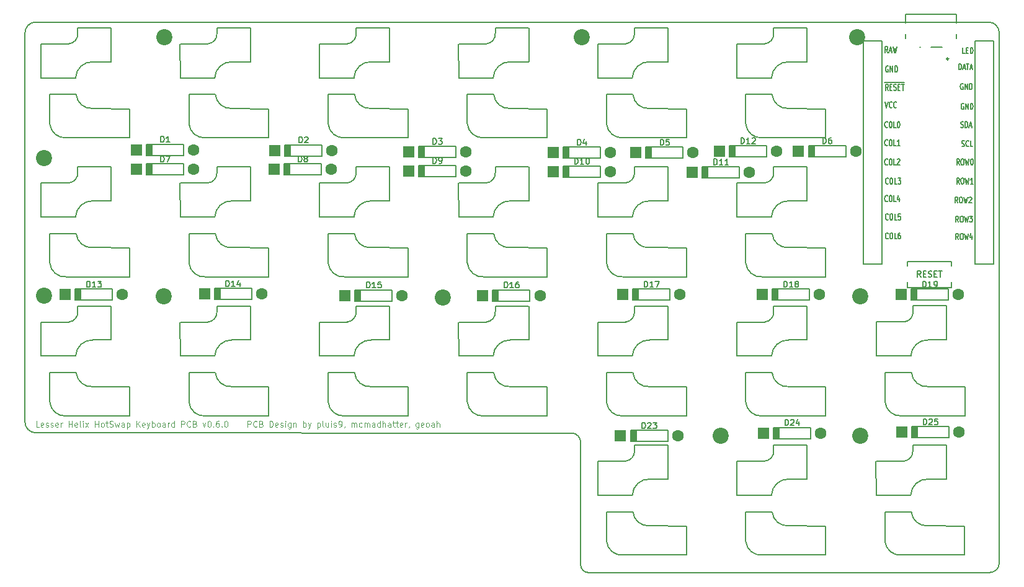
<source format=gbr>
G04 #@! TF.GenerationSoftware,KiCad,Pcbnew,(5.99.0-6672-g81c853438)*
G04 #@! TF.CreationDate,2020-11-14T00:53:03+00:00*
G04 #@! TF.ProjectId,helix,68656c69-782e-46b6-9963-61645f706362,rev?*
G04 #@! TF.SameCoordinates,Original*
G04 #@! TF.FileFunction,Legend,Top*
G04 #@! TF.FilePolarity,Positive*
%FSLAX46Y46*%
G04 Gerber Fmt 4.6, Leading zero omitted, Abs format (unit mm)*
G04 Created by KiCad (PCBNEW (5.99.0-6672-g81c853438)) date 2020-11-14 00:53:03*
%MOMM*%
%LPD*%
G01*
G04 APERTURE LIST*
G04 #@! TA.AperFunction,Profile*
%ADD10C,0.150000*%
G04 #@! TD*
%ADD11C,0.150000*%
%ADD12C,0.110000*%
%ADD13C,0.250000*%
%ADD14R,1.600000X1.600000*%
%ADD15C,1.600000*%
%ADD16C,2.200000*%
G04 APERTURE END LIST*
D10*
X222500000Y-112072000D02*
X222500000Y-39700000D01*
X89500000Y-92768000D02*
G75*
G03*
X91000000Y-94268000I1500000J0D01*
G01*
X91000000Y-94268000D02*
X164096000Y-94292000D01*
X164096000Y-94292000D02*
G75*
G02*
X165366000Y-95562000I0J-1270000D01*
G01*
X222500000Y-39700000D02*
G75*
G03*
X221039340Y-38158000I-1460660J79195D01*
G01*
X165366000Y-95562000D02*
X165366000Y-112326000D01*
X89500000Y-39658000D02*
X89500000Y-92768000D01*
X91000000Y-38158000D02*
G75*
G03*
X89500000Y-39658000I0J-1500000D01*
G01*
X166382000Y-113342000D02*
G75*
G02*
X165366000Y-112326000I0J1016000D01*
G01*
X222500000Y-112072000D02*
G75*
G02*
X221230000Y-113342000I-1270000J0D01*
G01*
X221039340Y-38158000D02*
X91000000Y-38158000D01*
X166382000Y-113342000D02*
X221230000Y-113342000D01*
D11*
X207342857Y-44193600D02*
X207285714Y-44154895D01*
X207200000Y-44154895D01*
X207114285Y-44193600D01*
X207057142Y-44271009D01*
X207028571Y-44348419D01*
X207000000Y-44503238D01*
X207000000Y-44619352D01*
X207028571Y-44774171D01*
X207057142Y-44851580D01*
X207114285Y-44928990D01*
X207200000Y-44967695D01*
X207257142Y-44967695D01*
X207342857Y-44928990D01*
X207371428Y-44890285D01*
X207371428Y-44619352D01*
X207257142Y-44619352D01*
X207628571Y-44967695D02*
X207628571Y-44154895D01*
X207971428Y-44967695D01*
X207971428Y-44154895D01*
X208257142Y-44967695D02*
X208257142Y-44154895D01*
X208400000Y-44154895D01*
X208485714Y-44193600D01*
X208542857Y-44271009D01*
X208571428Y-44348419D01*
X208600000Y-44503238D01*
X208600000Y-44619352D01*
X208571428Y-44774171D01*
X208542857Y-44851580D01*
X208485714Y-44928990D01*
X208400000Y-44967695D01*
X208257142Y-44967695D01*
X207242857Y-52490285D02*
X207214285Y-52528990D01*
X207128571Y-52567695D01*
X207071428Y-52567695D01*
X206985714Y-52528990D01*
X206928571Y-52451580D01*
X206900000Y-52374171D01*
X206871428Y-52219352D01*
X206871428Y-52103238D01*
X206900000Y-51948419D01*
X206928571Y-51871009D01*
X206985714Y-51793600D01*
X207071428Y-51754895D01*
X207128571Y-51754895D01*
X207214285Y-51793600D01*
X207242857Y-51832304D01*
X207614285Y-51754895D02*
X207728571Y-51754895D01*
X207785714Y-51793600D01*
X207842857Y-51871009D01*
X207871428Y-52025828D01*
X207871428Y-52296761D01*
X207842857Y-52451580D01*
X207785714Y-52528990D01*
X207728571Y-52567695D01*
X207614285Y-52567695D01*
X207557142Y-52528990D01*
X207500000Y-52451580D01*
X207471428Y-52296761D01*
X207471428Y-52025828D01*
X207500000Y-51871009D01*
X207557142Y-51793600D01*
X207614285Y-51754895D01*
X208414285Y-52567695D02*
X208128571Y-52567695D01*
X208128571Y-51754895D01*
X208728571Y-51754895D02*
X208785714Y-51754895D01*
X208842857Y-51793600D01*
X208871428Y-51832304D01*
X208900000Y-51909714D01*
X208928571Y-52064533D01*
X208928571Y-52258057D01*
X208900000Y-52412876D01*
X208871428Y-52490285D01*
X208842857Y-52528990D01*
X208785714Y-52567695D01*
X208728571Y-52567695D01*
X208671428Y-52528990D01*
X208642857Y-52490285D01*
X208614285Y-52412876D01*
X208585714Y-52258057D01*
X208585714Y-52064533D01*
X208614285Y-51909714D01*
X208642857Y-51832304D01*
X208671428Y-51793600D01*
X208728571Y-51754895D01*
X207242857Y-54958285D02*
X207214285Y-54996990D01*
X207128571Y-55035695D01*
X207071428Y-55035695D01*
X206985714Y-54996990D01*
X206928571Y-54919580D01*
X206900000Y-54842171D01*
X206871428Y-54687352D01*
X206871428Y-54571238D01*
X206900000Y-54416419D01*
X206928571Y-54339009D01*
X206985714Y-54261600D01*
X207071428Y-54222895D01*
X207128571Y-54222895D01*
X207214285Y-54261600D01*
X207242857Y-54300304D01*
X207614285Y-54222895D02*
X207728571Y-54222895D01*
X207785714Y-54261600D01*
X207842857Y-54339009D01*
X207871428Y-54493828D01*
X207871428Y-54764761D01*
X207842857Y-54919580D01*
X207785714Y-54996990D01*
X207728571Y-55035695D01*
X207614285Y-55035695D01*
X207557142Y-54996990D01*
X207500000Y-54919580D01*
X207471428Y-54764761D01*
X207471428Y-54493828D01*
X207500000Y-54339009D01*
X207557142Y-54261600D01*
X207614285Y-54222895D01*
X208414285Y-55035695D02*
X208128571Y-55035695D01*
X208128571Y-54222895D01*
X208928571Y-55035695D02*
X208585714Y-55035695D01*
X208757142Y-55035695D02*
X208757142Y-54222895D01*
X208700000Y-54339009D01*
X208642857Y-54416419D01*
X208585714Y-54455123D01*
X207242857Y-57590285D02*
X207214285Y-57628990D01*
X207128571Y-57667695D01*
X207071428Y-57667695D01*
X206985714Y-57628990D01*
X206928571Y-57551580D01*
X206900000Y-57474171D01*
X206871428Y-57319352D01*
X206871428Y-57203238D01*
X206900000Y-57048419D01*
X206928571Y-56971009D01*
X206985714Y-56893600D01*
X207071428Y-56854895D01*
X207128571Y-56854895D01*
X207214285Y-56893600D01*
X207242857Y-56932304D01*
X207614285Y-56854895D02*
X207728571Y-56854895D01*
X207785714Y-56893600D01*
X207842857Y-56971009D01*
X207871428Y-57125828D01*
X207871428Y-57396761D01*
X207842857Y-57551580D01*
X207785714Y-57628990D01*
X207728571Y-57667695D01*
X207614285Y-57667695D01*
X207557142Y-57628990D01*
X207500000Y-57551580D01*
X207471428Y-57396761D01*
X207471428Y-57125828D01*
X207500000Y-56971009D01*
X207557142Y-56893600D01*
X207614285Y-56854895D01*
X208414285Y-57667695D02*
X208128571Y-57667695D01*
X208128571Y-56854895D01*
X208585714Y-56932304D02*
X208614285Y-56893600D01*
X208671428Y-56854895D01*
X208814285Y-56854895D01*
X208871428Y-56893600D01*
X208900000Y-56932304D01*
X208928571Y-57009714D01*
X208928571Y-57087123D01*
X208900000Y-57203238D01*
X208557142Y-57667695D01*
X208928571Y-57667695D01*
X207342857Y-60190285D02*
X207314285Y-60228990D01*
X207228571Y-60267695D01*
X207171428Y-60267695D01*
X207085714Y-60228990D01*
X207028571Y-60151580D01*
X207000000Y-60074171D01*
X206971428Y-59919352D01*
X206971428Y-59803238D01*
X207000000Y-59648419D01*
X207028571Y-59571009D01*
X207085714Y-59493600D01*
X207171428Y-59454895D01*
X207228571Y-59454895D01*
X207314285Y-59493600D01*
X207342857Y-59532304D01*
X207714285Y-59454895D02*
X207828571Y-59454895D01*
X207885714Y-59493600D01*
X207942857Y-59571009D01*
X207971428Y-59725828D01*
X207971428Y-59996761D01*
X207942857Y-60151580D01*
X207885714Y-60228990D01*
X207828571Y-60267695D01*
X207714285Y-60267695D01*
X207657142Y-60228990D01*
X207600000Y-60151580D01*
X207571428Y-59996761D01*
X207571428Y-59725828D01*
X207600000Y-59571009D01*
X207657142Y-59493600D01*
X207714285Y-59454895D01*
X208514285Y-60267695D02*
X208228571Y-60267695D01*
X208228571Y-59454895D01*
X208657142Y-59454895D02*
X209028571Y-59454895D01*
X208828571Y-59764533D01*
X208914285Y-59764533D01*
X208971428Y-59803238D01*
X209000000Y-59841942D01*
X209028571Y-59919352D01*
X209028571Y-60112876D01*
X209000000Y-60190285D01*
X208971428Y-60228990D01*
X208914285Y-60267695D01*
X208742857Y-60267695D01*
X208685714Y-60228990D01*
X208657142Y-60190285D01*
X207242857Y-62590285D02*
X207214285Y-62628990D01*
X207128571Y-62667695D01*
X207071428Y-62667695D01*
X206985714Y-62628990D01*
X206928571Y-62551580D01*
X206900000Y-62474171D01*
X206871428Y-62319352D01*
X206871428Y-62203238D01*
X206900000Y-62048419D01*
X206928571Y-61971009D01*
X206985714Y-61893600D01*
X207071428Y-61854895D01*
X207128571Y-61854895D01*
X207214285Y-61893600D01*
X207242857Y-61932304D01*
X207614285Y-61854895D02*
X207728571Y-61854895D01*
X207785714Y-61893600D01*
X207842857Y-61971009D01*
X207871428Y-62125828D01*
X207871428Y-62396761D01*
X207842857Y-62551580D01*
X207785714Y-62628990D01*
X207728571Y-62667695D01*
X207614285Y-62667695D01*
X207557142Y-62628990D01*
X207500000Y-62551580D01*
X207471428Y-62396761D01*
X207471428Y-62125828D01*
X207500000Y-61971009D01*
X207557142Y-61893600D01*
X207614285Y-61854895D01*
X208414285Y-62667695D02*
X208128571Y-62667695D01*
X208128571Y-61854895D01*
X208871428Y-62125828D02*
X208871428Y-62667695D01*
X208728571Y-61816190D02*
X208585714Y-62396761D01*
X208957142Y-62396761D01*
X207342857Y-65090285D02*
X207314285Y-65128990D01*
X207228571Y-65167695D01*
X207171428Y-65167695D01*
X207085714Y-65128990D01*
X207028571Y-65051580D01*
X207000000Y-64974171D01*
X206971428Y-64819352D01*
X206971428Y-64703238D01*
X207000000Y-64548419D01*
X207028571Y-64471009D01*
X207085714Y-64393600D01*
X207171428Y-64354895D01*
X207228571Y-64354895D01*
X207314285Y-64393600D01*
X207342857Y-64432304D01*
X207714285Y-64354895D02*
X207828571Y-64354895D01*
X207885714Y-64393600D01*
X207942857Y-64471009D01*
X207971428Y-64625828D01*
X207971428Y-64896761D01*
X207942857Y-65051580D01*
X207885714Y-65128990D01*
X207828571Y-65167695D01*
X207714285Y-65167695D01*
X207657142Y-65128990D01*
X207600000Y-65051580D01*
X207571428Y-64896761D01*
X207571428Y-64625828D01*
X207600000Y-64471009D01*
X207657142Y-64393600D01*
X207714285Y-64354895D01*
X208514285Y-65167695D02*
X208228571Y-65167695D01*
X208228571Y-64354895D01*
X209000000Y-64354895D02*
X208714285Y-64354895D01*
X208685714Y-64741942D01*
X208714285Y-64703238D01*
X208771428Y-64664533D01*
X208914285Y-64664533D01*
X208971428Y-64703238D01*
X209000000Y-64741942D01*
X209028571Y-64819352D01*
X209028571Y-65012876D01*
X209000000Y-65090285D01*
X208971428Y-65128990D01*
X208914285Y-65167695D01*
X208771428Y-65167695D01*
X208714285Y-65128990D01*
X208685714Y-65090285D01*
X207342857Y-67690285D02*
X207314285Y-67728990D01*
X207228571Y-67767695D01*
X207171428Y-67767695D01*
X207085714Y-67728990D01*
X207028571Y-67651580D01*
X207000000Y-67574171D01*
X206971428Y-67419352D01*
X206971428Y-67303238D01*
X207000000Y-67148419D01*
X207028571Y-67071009D01*
X207085714Y-66993600D01*
X207171428Y-66954895D01*
X207228571Y-66954895D01*
X207314285Y-66993600D01*
X207342857Y-67032304D01*
X207714285Y-66954895D02*
X207828571Y-66954895D01*
X207885714Y-66993600D01*
X207942857Y-67071009D01*
X207971428Y-67225828D01*
X207971428Y-67496761D01*
X207942857Y-67651580D01*
X207885714Y-67728990D01*
X207828571Y-67767695D01*
X207714285Y-67767695D01*
X207657142Y-67728990D01*
X207600000Y-67651580D01*
X207571428Y-67496761D01*
X207571428Y-67225828D01*
X207600000Y-67071009D01*
X207657142Y-66993600D01*
X207714285Y-66954895D01*
X208514285Y-67767695D02*
X208228571Y-67767695D01*
X208228571Y-66954895D01*
X208971428Y-66954895D02*
X208857142Y-66954895D01*
X208800000Y-66993600D01*
X208771428Y-67032304D01*
X208714285Y-67148419D01*
X208685714Y-67303238D01*
X208685714Y-67612876D01*
X208714285Y-67690285D01*
X208742857Y-67728990D01*
X208800000Y-67767695D01*
X208914285Y-67767695D01*
X208971428Y-67728990D01*
X209000000Y-67690285D01*
X209028571Y-67612876D01*
X209028571Y-67419352D01*
X209000000Y-67341942D01*
X208971428Y-67303238D01*
X208914285Y-67264533D01*
X208800000Y-67264533D01*
X208742857Y-67303238D01*
X208714285Y-67341942D01*
X208685714Y-67419352D01*
X216942857Y-67867695D02*
X216742857Y-67480647D01*
X216600000Y-67867695D02*
X216600000Y-67054895D01*
X216828571Y-67054895D01*
X216885714Y-67093600D01*
X216914285Y-67132304D01*
X216942857Y-67209714D01*
X216942857Y-67325828D01*
X216914285Y-67403238D01*
X216885714Y-67441942D01*
X216828571Y-67480647D01*
X216600000Y-67480647D01*
X217314285Y-67054895D02*
X217428571Y-67054895D01*
X217485714Y-67093600D01*
X217542857Y-67171009D01*
X217571428Y-67325828D01*
X217571428Y-67596761D01*
X217542857Y-67751580D01*
X217485714Y-67828990D01*
X217428571Y-67867695D01*
X217314285Y-67867695D01*
X217257142Y-67828990D01*
X217200000Y-67751580D01*
X217171428Y-67596761D01*
X217171428Y-67325828D01*
X217200000Y-67171009D01*
X217257142Y-67093600D01*
X217314285Y-67054895D01*
X217771428Y-67054895D02*
X217914285Y-67867695D01*
X218028571Y-67287123D01*
X218142857Y-67867695D01*
X218285714Y-67054895D01*
X218771428Y-67325828D02*
X218771428Y-67867695D01*
X218628571Y-67016190D02*
X218485714Y-67596761D01*
X218857142Y-67596761D01*
X216942857Y-65467695D02*
X216742857Y-65080647D01*
X216600000Y-65467695D02*
X216600000Y-64654895D01*
X216828571Y-64654895D01*
X216885714Y-64693600D01*
X216914285Y-64732304D01*
X216942857Y-64809714D01*
X216942857Y-64925828D01*
X216914285Y-65003238D01*
X216885714Y-65041942D01*
X216828571Y-65080647D01*
X216600000Y-65080647D01*
X217314285Y-64654895D02*
X217428571Y-64654895D01*
X217485714Y-64693600D01*
X217542857Y-64771009D01*
X217571428Y-64925828D01*
X217571428Y-65196761D01*
X217542857Y-65351580D01*
X217485714Y-65428990D01*
X217428571Y-65467695D01*
X217314285Y-65467695D01*
X217257142Y-65428990D01*
X217200000Y-65351580D01*
X217171428Y-65196761D01*
X217171428Y-64925828D01*
X217200000Y-64771009D01*
X217257142Y-64693600D01*
X217314285Y-64654895D01*
X217771428Y-64654895D02*
X217914285Y-65467695D01*
X218028571Y-64887123D01*
X218142857Y-65467695D01*
X218285714Y-64654895D01*
X218457142Y-64654895D02*
X218828571Y-64654895D01*
X218628571Y-64964533D01*
X218714285Y-64964533D01*
X218771428Y-65003238D01*
X218800000Y-65041942D01*
X218828571Y-65119352D01*
X218828571Y-65312876D01*
X218800000Y-65390285D01*
X218771428Y-65428990D01*
X218714285Y-65467695D01*
X218542857Y-65467695D01*
X218485714Y-65428990D01*
X218457142Y-65390285D01*
X216842857Y-62867695D02*
X216642857Y-62480647D01*
X216500000Y-62867695D02*
X216500000Y-62054895D01*
X216728571Y-62054895D01*
X216785714Y-62093600D01*
X216814285Y-62132304D01*
X216842857Y-62209714D01*
X216842857Y-62325828D01*
X216814285Y-62403238D01*
X216785714Y-62441942D01*
X216728571Y-62480647D01*
X216500000Y-62480647D01*
X217214285Y-62054895D02*
X217328571Y-62054895D01*
X217385714Y-62093600D01*
X217442857Y-62171009D01*
X217471428Y-62325828D01*
X217471428Y-62596761D01*
X217442857Y-62751580D01*
X217385714Y-62828990D01*
X217328571Y-62867695D01*
X217214285Y-62867695D01*
X217157142Y-62828990D01*
X217100000Y-62751580D01*
X217071428Y-62596761D01*
X217071428Y-62325828D01*
X217100000Y-62171009D01*
X217157142Y-62093600D01*
X217214285Y-62054895D01*
X217671428Y-62054895D02*
X217814285Y-62867695D01*
X217928571Y-62287123D01*
X218042857Y-62867695D01*
X218185714Y-62054895D01*
X218385714Y-62132304D02*
X218414285Y-62093600D01*
X218471428Y-62054895D01*
X218614285Y-62054895D01*
X218671428Y-62093600D01*
X218700000Y-62132304D01*
X218728571Y-62209714D01*
X218728571Y-62287123D01*
X218700000Y-62403238D01*
X218357142Y-62867695D01*
X218728571Y-62867695D01*
X217042857Y-60267695D02*
X216842857Y-59880647D01*
X216700000Y-60267695D02*
X216700000Y-59454895D01*
X216928571Y-59454895D01*
X216985714Y-59493600D01*
X217014285Y-59532304D01*
X217042857Y-59609714D01*
X217042857Y-59725828D01*
X217014285Y-59803238D01*
X216985714Y-59841942D01*
X216928571Y-59880647D01*
X216700000Y-59880647D01*
X217414285Y-59454895D02*
X217528571Y-59454895D01*
X217585714Y-59493600D01*
X217642857Y-59571009D01*
X217671428Y-59725828D01*
X217671428Y-59996761D01*
X217642857Y-60151580D01*
X217585714Y-60228990D01*
X217528571Y-60267695D01*
X217414285Y-60267695D01*
X217357142Y-60228990D01*
X217300000Y-60151580D01*
X217271428Y-59996761D01*
X217271428Y-59725828D01*
X217300000Y-59571009D01*
X217357142Y-59493600D01*
X217414285Y-59454895D01*
X217871428Y-59454895D02*
X218014285Y-60267695D01*
X218128571Y-59687123D01*
X218242857Y-60267695D01*
X218385714Y-59454895D01*
X218928571Y-60267695D02*
X218585714Y-60267695D01*
X218757142Y-60267695D02*
X218757142Y-59454895D01*
X218700000Y-59571009D01*
X218642857Y-59648419D01*
X218585714Y-59687123D01*
X217042857Y-57667695D02*
X216842857Y-57280647D01*
X216700000Y-57667695D02*
X216700000Y-56854895D01*
X216928571Y-56854895D01*
X216985714Y-56893600D01*
X217014285Y-56932304D01*
X217042857Y-57009714D01*
X217042857Y-57125828D01*
X217014285Y-57203238D01*
X216985714Y-57241942D01*
X216928571Y-57280647D01*
X216700000Y-57280647D01*
X217414285Y-56854895D02*
X217528571Y-56854895D01*
X217585714Y-56893600D01*
X217642857Y-56971009D01*
X217671428Y-57125828D01*
X217671428Y-57396761D01*
X217642857Y-57551580D01*
X217585714Y-57628990D01*
X217528571Y-57667695D01*
X217414285Y-57667695D01*
X217357142Y-57628990D01*
X217300000Y-57551580D01*
X217271428Y-57396761D01*
X217271428Y-57125828D01*
X217300000Y-56971009D01*
X217357142Y-56893600D01*
X217414285Y-56854895D01*
X217871428Y-56854895D02*
X218014285Y-57667695D01*
X218128571Y-57087123D01*
X218242857Y-57667695D01*
X218385714Y-56854895D01*
X218728571Y-56854895D02*
X218785714Y-56854895D01*
X218842857Y-56893600D01*
X218871428Y-56932304D01*
X218900000Y-57009714D01*
X218928571Y-57164533D01*
X218928571Y-57358057D01*
X218900000Y-57512876D01*
X218871428Y-57590285D01*
X218842857Y-57628990D01*
X218785714Y-57667695D01*
X218728571Y-57667695D01*
X218671428Y-57628990D01*
X218642857Y-57590285D01*
X218614285Y-57512876D01*
X218585714Y-57358057D01*
X218585714Y-57164533D01*
X218614285Y-57009714D01*
X218642857Y-56932304D01*
X218671428Y-56893600D01*
X218728571Y-56854895D01*
X217385714Y-55128990D02*
X217471428Y-55167695D01*
X217614285Y-55167695D01*
X217671428Y-55128990D01*
X217700000Y-55090285D01*
X217728571Y-55012876D01*
X217728571Y-54935466D01*
X217700000Y-54858057D01*
X217671428Y-54819352D01*
X217614285Y-54780647D01*
X217500000Y-54741942D01*
X217442857Y-54703238D01*
X217414285Y-54664533D01*
X217385714Y-54587123D01*
X217385714Y-54509714D01*
X217414285Y-54432304D01*
X217442857Y-54393600D01*
X217500000Y-54354895D01*
X217642857Y-54354895D01*
X217728571Y-54393600D01*
X218328571Y-55090285D02*
X218300000Y-55128990D01*
X218214285Y-55167695D01*
X218157142Y-55167695D01*
X218071428Y-55128990D01*
X218014285Y-55051580D01*
X217985714Y-54974171D01*
X217957142Y-54819352D01*
X217957142Y-54703238D01*
X217985714Y-54548419D01*
X218014285Y-54471009D01*
X218071428Y-54393600D01*
X218157142Y-54354895D01*
X218214285Y-54354895D01*
X218300000Y-54393600D01*
X218328571Y-54432304D01*
X218871428Y-55167695D02*
X218585714Y-55167695D01*
X218585714Y-54354895D01*
X217271428Y-52528990D02*
X217357142Y-52567695D01*
X217500000Y-52567695D01*
X217557142Y-52528990D01*
X217585714Y-52490285D01*
X217614285Y-52412876D01*
X217614285Y-52335466D01*
X217585714Y-52258057D01*
X217557142Y-52219352D01*
X217500000Y-52180647D01*
X217385714Y-52141942D01*
X217328571Y-52103238D01*
X217300000Y-52064533D01*
X217271428Y-51987123D01*
X217271428Y-51909714D01*
X217300000Y-51832304D01*
X217328571Y-51793600D01*
X217385714Y-51754895D01*
X217528571Y-51754895D01*
X217614285Y-51793600D01*
X217871428Y-52567695D02*
X217871428Y-51754895D01*
X218014285Y-51754895D01*
X218100000Y-51793600D01*
X218157142Y-51871009D01*
X218185714Y-51948419D01*
X218214285Y-52103238D01*
X218214285Y-52219352D01*
X218185714Y-52374171D01*
X218157142Y-52451580D01*
X218100000Y-52528990D01*
X218014285Y-52567695D01*
X217871428Y-52567695D01*
X218442857Y-52335466D02*
X218728571Y-52335466D01*
X218385714Y-52567695D02*
X218585714Y-51754895D01*
X218785714Y-52567695D01*
X217000000Y-44667695D02*
X217000000Y-43854895D01*
X217142857Y-43854895D01*
X217228571Y-43893600D01*
X217285714Y-43971009D01*
X217314285Y-44048419D01*
X217342857Y-44203238D01*
X217342857Y-44319352D01*
X217314285Y-44474171D01*
X217285714Y-44551580D01*
X217228571Y-44628990D01*
X217142857Y-44667695D01*
X217000000Y-44667695D01*
X217571428Y-44435466D02*
X217857142Y-44435466D01*
X217514285Y-44667695D02*
X217714285Y-43854895D01*
X217914285Y-44667695D01*
X218028571Y-43854895D02*
X218371428Y-43854895D01*
X218200000Y-44667695D02*
X218200000Y-43854895D01*
X218542857Y-44435466D02*
X218828571Y-44435466D01*
X218485714Y-44667695D02*
X218685714Y-43854895D01*
X218885714Y-44667695D01*
X206842857Y-46425376D02*
X207442857Y-46425376D01*
X207328571Y-47467695D02*
X207128571Y-47080647D01*
X206985714Y-47467695D02*
X206985714Y-46654895D01*
X207214285Y-46654895D01*
X207271428Y-46693600D01*
X207300000Y-46732304D01*
X207328571Y-46809714D01*
X207328571Y-46925828D01*
X207300000Y-47003238D01*
X207271428Y-47041942D01*
X207214285Y-47080647D01*
X206985714Y-47080647D01*
X207442857Y-46425376D02*
X207985714Y-46425376D01*
X207585714Y-47041942D02*
X207785714Y-47041942D01*
X207871428Y-47467695D02*
X207585714Y-47467695D01*
X207585714Y-46654895D01*
X207871428Y-46654895D01*
X207985714Y-46425376D02*
X208557142Y-46425376D01*
X208100000Y-47428990D02*
X208185714Y-47467695D01*
X208328571Y-47467695D01*
X208385714Y-47428990D01*
X208414285Y-47390285D01*
X208442857Y-47312876D01*
X208442857Y-47235466D01*
X208414285Y-47158057D01*
X208385714Y-47119352D01*
X208328571Y-47080647D01*
X208214285Y-47041942D01*
X208157142Y-47003238D01*
X208128571Y-46964533D01*
X208100000Y-46887123D01*
X208100000Y-46809714D01*
X208128571Y-46732304D01*
X208157142Y-46693600D01*
X208214285Y-46654895D01*
X208357142Y-46654895D01*
X208442857Y-46693600D01*
X208557142Y-46425376D02*
X209100000Y-46425376D01*
X208700000Y-47041942D02*
X208900000Y-47041942D01*
X208985714Y-47467695D02*
X208700000Y-47467695D01*
X208700000Y-46654895D01*
X208985714Y-46654895D01*
X209100000Y-46425376D02*
X209557142Y-46425376D01*
X209157142Y-46654895D02*
X209500000Y-46654895D01*
X209328571Y-47467695D02*
X209328571Y-46654895D01*
X217542857Y-46593600D02*
X217485714Y-46554895D01*
X217400000Y-46554895D01*
X217314285Y-46593600D01*
X217257142Y-46671009D01*
X217228571Y-46748419D01*
X217200000Y-46903238D01*
X217200000Y-47019352D01*
X217228571Y-47174171D01*
X217257142Y-47251580D01*
X217314285Y-47328990D01*
X217400000Y-47367695D01*
X217457142Y-47367695D01*
X217542857Y-47328990D01*
X217571428Y-47290285D01*
X217571428Y-47019352D01*
X217457142Y-47019352D01*
X217828571Y-47367695D02*
X217828571Y-46554895D01*
X218171428Y-47367695D01*
X218171428Y-46554895D01*
X218457142Y-47367695D02*
X218457142Y-46554895D01*
X218600000Y-46554895D01*
X218685714Y-46593600D01*
X218742857Y-46671009D01*
X218771428Y-46748419D01*
X218800000Y-46903238D01*
X218800000Y-47019352D01*
X218771428Y-47174171D01*
X218742857Y-47251580D01*
X218685714Y-47328990D01*
X218600000Y-47367695D01*
X218457142Y-47367695D01*
X217642857Y-49293600D02*
X217585714Y-49254895D01*
X217500000Y-49254895D01*
X217414285Y-49293600D01*
X217357142Y-49371009D01*
X217328571Y-49448419D01*
X217300000Y-49603238D01*
X217300000Y-49719352D01*
X217328571Y-49874171D01*
X217357142Y-49951580D01*
X217414285Y-50028990D01*
X217500000Y-50067695D01*
X217557142Y-50067695D01*
X217642857Y-50028990D01*
X217671428Y-49990285D01*
X217671428Y-49719352D01*
X217557142Y-49719352D01*
X217928571Y-50067695D02*
X217928571Y-49254895D01*
X218271428Y-50067695D01*
X218271428Y-49254895D01*
X218557142Y-50067695D02*
X218557142Y-49254895D01*
X218700000Y-49254895D01*
X218785714Y-49293600D01*
X218842857Y-49371009D01*
X218871428Y-49448419D01*
X218900000Y-49603238D01*
X218900000Y-49719352D01*
X218871428Y-49874171D01*
X218842857Y-49951580D01*
X218785714Y-50028990D01*
X218700000Y-50067695D01*
X218557142Y-50067695D01*
X206900000Y-49054895D02*
X207100000Y-49867695D01*
X207300000Y-49054895D01*
X207842857Y-49790285D02*
X207814285Y-49828990D01*
X207728571Y-49867695D01*
X207671428Y-49867695D01*
X207585714Y-49828990D01*
X207528571Y-49751580D01*
X207500000Y-49674171D01*
X207471428Y-49519352D01*
X207471428Y-49403238D01*
X207500000Y-49248419D01*
X207528571Y-49171009D01*
X207585714Y-49093600D01*
X207671428Y-49054895D01*
X207728571Y-49054895D01*
X207814285Y-49093600D01*
X207842857Y-49132304D01*
X208442857Y-49790285D02*
X208414285Y-49828990D01*
X208328571Y-49867695D01*
X208271428Y-49867695D01*
X208185714Y-49828990D01*
X208128571Y-49751580D01*
X208100000Y-49674171D01*
X208071428Y-49519352D01*
X208071428Y-49403238D01*
X208100000Y-49248419D01*
X208128571Y-49171009D01*
X208185714Y-49093600D01*
X208271428Y-49054895D01*
X208328571Y-49054895D01*
X208414285Y-49093600D01*
X208442857Y-49132304D01*
D12*
X91452380Y-93461904D02*
X91071428Y-93461904D01*
X91071428Y-92661904D01*
X92023809Y-93423809D02*
X91947619Y-93461904D01*
X91795238Y-93461904D01*
X91719047Y-93423809D01*
X91680952Y-93347619D01*
X91680952Y-93042857D01*
X91719047Y-92966666D01*
X91795238Y-92928571D01*
X91947619Y-92928571D01*
X92023809Y-92966666D01*
X92061904Y-93042857D01*
X92061904Y-93119047D01*
X91680952Y-93195238D01*
X92366666Y-93423809D02*
X92442857Y-93461904D01*
X92595238Y-93461904D01*
X92671428Y-93423809D01*
X92709523Y-93347619D01*
X92709523Y-93309523D01*
X92671428Y-93233333D01*
X92595238Y-93195238D01*
X92480952Y-93195238D01*
X92404761Y-93157142D01*
X92366666Y-93080952D01*
X92366666Y-93042857D01*
X92404761Y-92966666D01*
X92480952Y-92928571D01*
X92595238Y-92928571D01*
X92671428Y-92966666D01*
X93014285Y-93423809D02*
X93090476Y-93461904D01*
X93242857Y-93461904D01*
X93319047Y-93423809D01*
X93357142Y-93347619D01*
X93357142Y-93309523D01*
X93319047Y-93233333D01*
X93242857Y-93195238D01*
X93128571Y-93195238D01*
X93052380Y-93157142D01*
X93014285Y-93080952D01*
X93014285Y-93042857D01*
X93052380Y-92966666D01*
X93128571Y-92928571D01*
X93242857Y-92928571D01*
X93319047Y-92966666D01*
X94004761Y-93423809D02*
X93928571Y-93461904D01*
X93776190Y-93461904D01*
X93699999Y-93423809D01*
X93661904Y-93347619D01*
X93661904Y-93042857D01*
X93699999Y-92966666D01*
X93776190Y-92928571D01*
X93928571Y-92928571D01*
X94004761Y-92966666D01*
X94042857Y-93042857D01*
X94042857Y-93119047D01*
X93661904Y-93195238D01*
X94385714Y-93461904D02*
X94385714Y-92928571D01*
X94385714Y-93080952D02*
X94423809Y-93004761D01*
X94461904Y-92966666D01*
X94538095Y-92928571D01*
X94614285Y-92928571D01*
X95490476Y-93461904D02*
X95490476Y-92661904D01*
X95490476Y-93042857D02*
X95947619Y-93042857D01*
X95947619Y-93461904D02*
X95947619Y-92661904D01*
X96633333Y-93423809D02*
X96557142Y-93461904D01*
X96404761Y-93461904D01*
X96328571Y-93423809D01*
X96290476Y-93347619D01*
X96290476Y-93042857D01*
X96328571Y-92966666D01*
X96404761Y-92928571D01*
X96557142Y-92928571D01*
X96633333Y-92966666D01*
X96671428Y-93042857D01*
X96671428Y-93119047D01*
X96290476Y-93195238D01*
X97128571Y-93461904D02*
X97052380Y-93423809D01*
X97014285Y-93347619D01*
X97014285Y-92661904D01*
X97433333Y-93461904D02*
X97433333Y-92928571D01*
X97433333Y-92661904D02*
X97395238Y-92700000D01*
X97433333Y-92738095D01*
X97471428Y-92700000D01*
X97433333Y-92661904D01*
X97433333Y-92738095D01*
X97738095Y-93461904D02*
X98157142Y-92928571D01*
X97738095Y-92928571D02*
X98157142Y-93461904D01*
X99071428Y-93461904D02*
X99071428Y-92661904D01*
X99071428Y-93042857D02*
X99528571Y-93042857D01*
X99528571Y-93461904D02*
X99528571Y-92661904D01*
X100023809Y-93461904D02*
X99947619Y-93423809D01*
X99909523Y-93385714D01*
X99871428Y-93309523D01*
X99871428Y-93080952D01*
X99909523Y-93004761D01*
X99947619Y-92966666D01*
X100023809Y-92928571D01*
X100138095Y-92928571D01*
X100214285Y-92966666D01*
X100252380Y-93004761D01*
X100290476Y-93080952D01*
X100290476Y-93309523D01*
X100252380Y-93385714D01*
X100214285Y-93423809D01*
X100138095Y-93461904D01*
X100023809Y-93461904D01*
X100519047Y-92928571D02*
X100823809Y-92928571D01*
X100633333Y-92661904D02*
X100633333Y-93347619D01*
X100671428Y-93423809D01*
X100747619Y-93461904D01*
X100823809Y-93461904D01*
X101052380Y-93423809D02*
X101166666Y-93461904D01*
X101357142Y-93461904D01*
X101433333Y-93423809D01*
X101471428Y-93385714D01*
X101509523Y-93309523D01*
X101509523Y-93233333D01*
X101471428Y-93157142D01*
X101433333Y-93119047D01*
X101357142Y-93080952D01*
X101204761Y-93042857D01*
X101128571Y-93004761D01*
X101090476Y-92966666D01*
X101052380Y-92890476D01*
X101052380Y-92814285D01*
X101090476Y-92738095D01*
X101128571Y-92700000D01*
X101204761Y-92661904D01*
X101395238Y-92661904D01*
X101509523Y-92700000D01*
X101776190Y-92928571D02*
X101928571Y-93461904D01*
X102080952Y-93080952D01*
X102233333Y-93461904D01*
X102385714Y-92928571D01*
X103033333Y-93461904D02*
X103033333Y-93042857D01*
X102995238Y-92966666D01*
X102919047Y-92928571D01*
X102766666Y-92928571D01*
X102690476Y-92966666D01*
X103033333Y-93423809D02*
X102957142Y-93461904D01*
X102766666Y-93461904D01*
X102690476Y-93423809D01*
X102652380Y-93347619D01*
X102652380Y-93271428D01*
X102690476Y-93195238D01*
X102766666Y-93157142D01*
X102957142Y-93157142D01*
X103033333Y-93119047D01*
X103414285Y-92928571D02*
X103414285Y-93728571D01*
X103414285Y-92966666D02*
X103490476Y-92928571D01*
X103642857Y-92928571D01*
X103719047Y-92966666D01*
X103757142Y-93004761D01*
X103795238Y-93080952D01*
X103795238Y-93309523D01*
X103757142Y-93385714D01*
X103719047Y-93423809D01*
X103642857Y-93461904D01*
X103490476Y-93461904D01*
X103414285Y-93423809D01*
X104747619Y-93461904D02*
X104747619Y-92661904D01*
X105204761Y-93461904D02*
X104861904Y-93004761D01*
X105204761Y-92661904D02*
X104747619Y-93119047D01*
X105852380Y-93423809D02*
X105776190Y-93461904D01*
X105623809Y-93461904D01*
X105547619Y-93423809D01*
X105509523Y-93347619D01*
X105509523Y-93042857D01*
X105547619Y-92966666D01*
X105623809Y-92928571D01*
X105776190Y-92928571D01*
X105852380Y-92966666D01*
X105890476Y-93042857D01*
X105890476Y-93119047D01*
X105509523Y-93195238D01*
X106157142Y-92928571D02*
X106347619Y-93461904D01*
X106538095Y-92928571D02*
X106347619Y-93461904D01*
X106271428Y-93652380D01*
X106233333Y-93690476D01*
X106157142Y-93728571D01*
X106842857Y-93461904D02*
X106842857Y-92661904D01*
X106842857Y-92966666D02*
X106919047Y-92928571D01*
X107071428Y-92928571D01*
X107147619Y-92966666D01*
X107185714Y-93004761D01*
X107223809Y-93080952D01*
X107223809Y-93309523D01*
X107185714Y-93385714D01*
X107147619Y-93423809D01*
X107071428Y-93461904D01*
X106919047Y-93461904D01*
X106842857Y-93423809D01*
X107680952Y-93461904D02*
X107604761Y-93423809D01*
X107566666Y-93385714D01*
X107528571Y-93309523D01*
X107528571Y-93080952D01*
X107566666Y-93004761D01*
X107604761Y-92966666D01*
X107680952Y-92928571D01*
X107795238Y-92928571D01*
X107871428Y-92966666D01*
X107909523Y-93004761D01*
X107947619Y-93080952D01*
X107947619Y-93309523D01*
X107909523Y-93385714D01*
X107871428Y-93423809D01*
X107795238Y-93461904D01*
X107680952Y-93461904D01*
X108633333Y-93461904D02*
X108633333Y-93042857D01*
X108595238Y-92966666D01*
X108519047Y-92928571D01*
X108366666Y-92928571D01*
X108290476Y-92966666D01*
X108633333Y-93423809D02*
X108557142Y-93461904D01*
X108366666Y-93461904D01*
X108290476Y-93423809D01*
X108252380Y-93347619D01*
X108252380Y-93271428D01*
X108290476Y-93195238D01*
X108366666Y-93157142D01*
X108557142Y-93157142D01*
X108633333Y-93119047D01*
X109014285Y-93461904D02*
X109014285Y-92928571D01*
X109014285Y-93080952D02*
X109052380Y-93004761D01*
X109090476Y-92966666D01*
X109166666Y-92928571D01*
X109242857Y-92928571D01*
X109852380Y-93461904D02*
X109852380Y-92661904D01*
X109852380Y-93423809D02*
X109776190Y-93461904D01*
X109623809Y-93461904D01*
X109547619Y-93423809D01*
X109509523Y-93385714D01*
X109471428Y-93309523D01*
X109471428Y-93080952D01*
X109509523Y-93004761D01*
X109547619Y-92966666D01*
X109623809Y-92928571D01*
X109776190Y-92928571D01*
X109852380Y-92966666D01*
X110842857Y-93461904D02*
X110842857Y-92661904D01*
X111147619Y-92661904D01*
X111223809Y-92700000D01*
X111261904Y-92738095D01*
X111300000Y-92814285D01*
X111300000Y-92928571D01*
X111261904Y-93004761D01*
X111223809Y-93042857D01*
X111147619Y-93080952D01*
X110842857Y-93080952D01*
X112100000Y-93385714D02*
X112061904Y-93423809D01*
X111947619Y-93461904D01*
X111871428Y-93461904D01*
X111757142Y-93423809D01*
X111680952Y-93347619D01*
X111642857Y-93271428D01*
X111604761Y-93119047D01*
X111604761Y-93004761D01*
X111642857Y-92852380D01*
X111680952Y-92776190D01*
X111757142Y-92700000D01*
X111871428Y-92661904D01*
X111947619Y-92661904D01*
X112061904Y-92700000D01*
X112100000Y-92738095D01*
X112709523Y-93042857D02*
X112823809Y-93080952D01*
X112861904Y-93119047D01*
X112900000Y-93195238D01*
X112900000Y-93309523D01*
X112861904Y-93385714D01*
X112823809Y-93423809D01*
X112747619Y-93461904D01*
X112442857Y-93461904D01*
X112442857Y-92661904D01*
X112709523Y-92661904D01*
X112785714Y-92700000D01*
X112823809Y-92738095D01*
X112861904Y-92814285D01*
X112861904Y-92890476D01*
X112823809Y-92966666D01*
X112785714Y-93004761D01*
X112709523Y-93042857D01*
X112442857Y-93042857D01*
X113776190Y-92928571D02*
X113966666Y-93461904D01*
X114157142Y-92928571D01*
X114614285Y-92661904D02*
X114690476Y-92661904D01*
X114766666Y-92700000D01*
X114804761Y-92738095D01*
X114842857Y-92814285D01*
X114880952Y-92966666D01*
X114880952Y-93157142D01*
X114842857Y-93309523D01*
X114804761Y-93385714D01*
X114766666Y-93423809D01*
X114690476Y-93461904D01*
X114614285Y-93461904D01*
X114538095Y-93423809D01*
X114500000Y-93385714D01*
X114461904Y-93309523D01*
X114423809Y-93157142D01*
X114423809Y-92966666D01*
X114461904Y-92814285D01*
X114500000Y-92738095D01*
X114538095Y-92700000D01*
X114614285Y-92661904D01*
X115223809Y-93385714D02*
X115261904Y-93423809D01*
X115223809Y-93461904D01*
X115185714Y-93423809D01*
X115223809Y-93385714D01*
X115223809Y-93461904D01*
X115947619Y-92661904D02*
X115795238Y-92661904D01*
X115719047Y-92700000D01*
X115680952Y-92738095D01*
X115604761Y-92852380D01*
X115566666Y-93004761D01*
X115566666Y-93309523D01*
X115604761Y-93385714D01*
X115642857Y-93423809D01*
X115719047Y-93461904D01*
X115871428Y-93461904D01*
X115947619Y-93423809D01*
X115985714Y-93385714D01*
X116023809Y-93309523D01*
X116023809Y-93119047D01*
X115985714Y-93042857D01*
X115947619Y-93004761D01*
X115871428Y-92966666D01*
X115719047Y-92966666D01*
X115642857Y-93004761D01*
X115604761Y-93042857D01*
X115566666Y-93119047D01*
X116366666Y-93385714D02*
X116404761Y-93423809D01*
X116366666Y-93461904D01*
X116328571Y-93423809D01*
X116366666Y-93385714D01*
X116366666Y-93461904D01*
X116899999Y-92661904D02*
X116976190Y-92661904D01*
X117052380Y-92700000D01*
X117090476Y-92738095D01*
X117128571Y-92814285D01*
X117166666Y-92966666D01*
X117166666Y-93157142D01*
X117128571Y-93309523D01*
X117090476Y-93385714D01*
X117052380Y-93423809D01*
X116976190Y-93461904D01*
X116899999Y-93461904D01*
X116823809Y-93423809D01*
X116785714Y-93385714D01*
X116747619Y-93309523D01*
X116709523Y-93157142D01*
X116709523Y-92966666D01*
X116747619Y-92814285D01*
X116785714Y-92738095D01*
X116823809Y-92700000D01*
X116899999Y-92661904D01*
X119914285Y-93461904D02*
X119914285Y-92661904D01*
X120219047Y-92661904D01*
X120295238Y-92700000D01*
X120333333Y-92738095D01*
X120371428Y-92814285D01*
X120371428Y-92928571D01*
X120333333Y-93004761D01*
X120295238Y-93042857D01*
X120219047Y-93080952D01*
X119914285Y-93080952D01*
X121171428Y-93385714D02*
X121133333Y-93423809D01*
X121019047Y-93461904D01*
X120942857Y-93461904D01*
X120828571Y-93423809D01*
X120752380Y-93347619D01*
X120714285Y-93271428D01*
X120676190Y-93119047D01*
X120676190Y-93004761D01*
X120714285Y-92852380D01*
X120752380Y-92776190D01*
X120828571Y-92700000D01*
X120942857Y-92661904D01*
X121019047Y-92661904D01*
X121133333Y-92700000D01*
X121171428Y-92738095D01*
X121780952Y-93042857D02*
X121895238Y-93080952D01*
X121933333Y-93119047D01*
X121971428Y-93195238D01*
X121971428Y-93309523D01*
X121933333Y-93385714D01*
X121895238Y-93423809D01*
X121819047Y-93461904D01*
X121514285Y-93461904D01*
X121514285Y-92661904D01*
X121780952Y-92661904D01*
X121857142Y-92700000D01*
X121895238Y-92738095D01*
X121933333Y-92814285D01*
X121933333Y-92890476D01*
X121895238Y-92966666D01*
X121857142Y-93004761D01*
X121780952Y-93042857D01*
X121514285Y-93042857D01*
X122923809Y-93461904D02*
X122923809Y-92661904D01*
X123114285Y-92661904D01*
X123228571Y-92700000D01*
X123304761Y-92776190D01*
X123342857Y-92852380D01*
X123380952Y-93004761D01*
X123380952Y-93119047D01*
X123342857Y-93271428D01*
X123304761Y-93347619D01*
X123228571Y-93423809D01*
X123114285Y-93461904D01*
X122923809Y-93461904D01*
X124028571Y-93423809D02*
X123952380Y-93461904D01*
X123800000Y-93461904D01*
X123723809Y-93423809D01*
X123685714Y-93347619D01*
X123685714Y-93042857D01*
X123723809Y-92966666D01*
X123800000Y-92928571D01*
X123952380Y-92928571D01*
X124028571Y-92966666D01*
X124066666Y-93042857D01*
X124066666Y-93119047D01*
X123685714Y-93195238D01*
X124371428Y-93423809D02*
X124447619Y-93461904D01*
X124600000Y-93461904D01*
X124676190Y-93423809D01*
X124714285Y-93347619D01*
X124714285Y-93309523D01*
X124676190Y-93233333D01*
X124600000Y-93195238D01*
X124485714Y-93195238D01*
X124409523Y-93157142D01*
X124371428Y-93080952D01*
X124371428Y-93042857D01*
X124409523Y-92966666D01*
X124485714Y-92928571D01*
X124600000Y-92928571D01*
X124676190Y-92966666D01*
X125057142Y-93461904D02*
X125057142Y-92928571D01*
X125057142Y-92661904D02*
X125019047Y-92700000D01*
X125057142Y-92738095D01*
X125095238Y-92700000D01*
X125057142Y-92661904D01*
X125057142Y-92738095D01*
X125780952Y-92928571D02*
X125780952Y-93576190D01*
X125742857Y-93652380D01*
X125704761Y-93690476D01*
X125628571Y-93728571D01*
X125514285Y-93728571D01*
X125438095Y-93690476D01*
X125780952Y-93423809D02*
X125704761Y-93461904D01*
X125552380Y-93461904D01*
X125476190Y-93423809D01*
X125438095Y-93385714D01*
X125400000Y-93309523D01*
X125400000Y-93080952D01*
X125438095Y-93004761D01*
X125476190Y-92966666D01*
X125552380Y-92928571D01*
X125704761Y-92928571D01*
X125780952Y-92966666D01*
X126161904Y-92928571D02*
X126161904Y-93461904D01*
X126161904Y-93004761D02*
X126200000Y-92966666D01*
X126276190Y-92928571D01*
X126390476Y-92928571D01*
X126466666Y-92966666D01*
X126504761Y-93042857D01*
X126504761Y-93461904D01*
X127495238Y-93461904D02*
X127495238Y-92661904D01*
X127495238Y-92966666D02*
X127571428Y-92928571D01*
X127723809Y-92928571D01*
X127800000Y-92966666D01*
X127838095Y-93004761D01*
X127876190Y-93080952D01*
X127876190Y-93309523D01*
X127838095Y-93385714D01*
X127800000Y-93423809D01*
X127723809Y-93461904D01*
X127571428Y-93461904D01*
X127495238Y-93423809D01*
X128142857Y-92928571D02*
X128333333Y-93461904D01*
X128523809Y-92928571D02*
X128333333Y-93461904D01*
X128257142Y-93652380D01*
X128219047Y-93690476D01*
X128142857Y-93728571D01*
X129438095Y-92928571D02*
X129438095Y-93728571D01*
X129438095Y-92966666D02*
X129514285Y-92928571D01*
X129666666Y-92928571D01*
X129742857Y-92966666D01*
X129780952Y-93004761D01*
X129819047Y-93080952D01*
X129819047Y-93309523D01*
X129780952Y-93385714D01*
X129742857Y-93423809D01*
X129666666Y-93461904D01*
X129514285Y-93461904D01*
X129438095Y-93423809D01*
X130276190Y-93461904D02*
X130200000Y-93423809D01*
X130161904Y-93347619D01*
X130161904Y-92661904D01*
X130923809Y-92928571D02*
X130923809Y-93461904D01*
X130580952Y-92928571D02*
X130580952Y-93347619D01*
X130619047Y-93423809D01*
X130695238Y-93461904D01*
X130809523Y-93461904D01*
X130885714Y-93423809D01*
X130923809Y-93385714D01*
X131304761Y-93461904D02*
X131304761Y-92928571D01*
X131304761Y-92661904D02*
X131266666Y-92700000D01*
X131304761Y-92738095D01*
X131342857Y-92700000D01*
X131304761Y-92661904D01*
X131304761Y-92738095D01*
X131647619Y-93423809D02*
X131723809Y-93461904D01*
X131876190Y-93461904D01*
X131952380Y-93423809D01*
X131990476Y-93347619D01*
X131990476Y-93309523D01*
X131952380Y-93233333D01*
X131876190Y-93195238D01*
X131761904Y-93195238D01*
X131685714Y-93157142D01*
X131647619Y-93080952D01*
X131647619Y-93042857D01*
X131685714Y-92966666D01*
X131761904Y-92928571D01*
X131876190Y-92928571D01*
X131952380Y-92966666D01*
X132371428Y-93461904D02*
X132523809Y-93461904D01*
X132600000Y-93423809D01*
X132638095Y-93385714D01*
X132714285Y-93271428D01*
X132752380Y-93119047D01*
X132752380Y-92814285D01*
X132714285Y-92738095D01*
X132676190Y-92700000D01*
X132600000Y-92661904D01*
X132447619Y-92661904D01*
X132371428Y-92700000D01*
X132333333Y-92738095D01*
X132295238Y-92814285D01*
X132295238Y-93004761D01*
X132333333Y-93080952D01*
X132371428Y-93119047D01*
X132447619Y-93157142D01*
X132600000Y-93157142D01*
X132676190Y-93119047D01*
X132714285Y-93080952D01*
X132752380Y-93004761D01*
X133133333Y-93423809D02*
X133133333Y-93461904D01*
X133095238Y-93538095D01*
X133057142Y-93576190D01*
X134085714Y-93461904D02*
X134085714Y-92928571D01*
X134085714Y-93004761D02*
X134123809Y-92966666D01*
X134200000Y-92928571D01*
X134314285Y-92928571D01*
X134390476Y-92966666D01*
X134428571Y-93042857D01*
X134428571Y-93461904D01*
X134428571Y-93042857D02*
X134466666Y-92966666D01*
X134542857Y-92928571D01*
X134657142Y-92928571D01*
X134733333Y-92966666D01*
X134771428Y-93042857D01*
X134771428Y-93461904D01*
X135495238Y-93423809D02*
X135419047Y-93461904D01*
X135266666Y-93461904D01*
X135190476Y-93423809D01*
X135152380Y-93385714D01*
X135114285Y-93309523D01*
X135114285Y-93080952D01*
X135152380Y-93004761D01*
X135190476Y-92966666D01*
X135266666Y-92928571D01*
X135419047Y-92928571D01*
X135495238Y-92966666D01*
X135838095Y-93461904D02*
X135838095Y-92928571D01*
X135838095Y-93004761D02*
X135876190Y-92966666D01*
X135952380Y-92928571D01*
X136066666Y-92928571D01*
X136142857Y-92966666D01*
X136180952Y-93042857D01*
X136180952Y-93461904D01*
X136180952Y-93042857D02*
X136219047Y-92966666D01*
X136295238Y-92928571D01*
X136409523Y-92928571D01*
X136485714Y-92966666D01*
X136523809Y-93042857D01*
X136523809Y-93461904D01*
X137247619Y-93461904D02*
X137247619Y-93042857D01*
X137209523Y-92966666D01*
X137133333Y-92928571D01*
X136980952Y-92928571D01*
X136904761Y-92966666D01*
X137247619Y-93423809D02*
X137171428Y-93461904D01*
X136980952Y-93461904D01*
X136904761Y-93423809D01*
X136866666Y-93347619D01*
X136866666Y-93271428D01*
X136904761Y-93195238D01*
X136980952Y-93157142D01*
X137171428Y-93157142D01*
X137247619Y-93119047D01*
X137971428Y-93461904D02*
X137971428Y-92661904D01*
X137971428Y-93423809D02*
X137895238Y-93461904D01*
X137742857Y-93461904D01*
X137666666Y-93423809D01*
X137628571Y-93385714D01*
X137590476Y-93309523D01*
X137590476Y-93080952D01*
X137628571Y-93004761D01*
X137666666Y-92966666D01*
X137742857Y-92928571D01*
X137895238Y-92928571D01*
X137971428Y-92966666D01*
X138352380Y-93461904D02*
X138352380Y-92661904D01*
X138695238Y-93461904D02*
X138695238Y-93042857D01*
X138657142Y-92966666D01*
X138580952Y-92928571D01*
X138466666Y-92928571D01*
X138390476Y-92966666D01*
X138352380Y-93004761D01*
X139419047Y-93461904D02*
X139419047Y-93042857D01*
X139380952Y-92966666D01*
X139304761Y-92928571D01*
X139152380Y-92928571D01*
X139076190Y-92966666D01*
X139419047Y-93423809D02*
X139342857Y-93461904D01*
X139152380Y-93461904D01*
X139076190Y-93423809D01*
X139038095Y-93347619D01*
X139038095Y-93271428D01*
X139076190Y-93195238D01*
X139152380Y-93157142D01*
X139342857Y-93157142D01*
X139419047Y-93119047D01*
X139685714Y-92928571D02*
X139990476Y-92928571D01*
X139800000Y-92661904D02*
X139800000Y-93347619D01*
X139838095Y-93423809D01*
X139914285Y-93461904D01*
X139990476Y-93461904D01*
X140142857Y-92928571D02*
X140447619Y-92928571D01*
X140257142Y-92661904D02*
X140257142Y-93347619D01*
X140295238Y-93423809D01*
X140371428Y-93461904D01*
X140447619Y-93461904D01*
X141019047Y-93423809D02*
X140942857Y-93461904D01*
X140790476Y-93461904D01*
X140714285Y-93423809D01*
X140676190Y-93347619D01*
X140676190Y-93042857D01*
X140714285Y-92966666D01*
X140790476Y-92928571D01*
X140942857Y-92928571D01*
X141019047Y-92966666D01*
X141057142Y-93042857D01*
X141057142Y-93119047D01*
X140676190Y-93195238D01*
X141400000Y-93461904D02*
X141400000Y-92928571D01*
X141400000Y-93080952D02*
X141438095Y-93004761D01*
X141476190Y-92966666D01*
X141552380Y-92928571D01*
X141628571Y-92928571D01*
X141933333Y-93423809D02*
X141933333Y-93461904D01*
X141895238Y-93538095D01*
X141857142Y-93576190D01*
X143228571Y-92928571D02*
X143228571Y-93576190D01*
X143190476Y-93652380D01*
X143152380Y-93690476D01*
X143076190Y-93728571D01*
X142961904Y-93728571D01*
X142885714Y-93690476D01*
X143228571Y-93423809D02*
X143152380Y-93461904D01*
X143000000Y-93461904D01*
X142923809Y-93423809D01*
X142885714Y-93385714D01*
X142847619Y-93309523D01*
X142847619Y-93080952D01*
X142885714Y-93004761D01*
X142923809Y-92966666D01*
X143000000Y-92928571D01*
X143152380Y-92928571D01*
X143228571Y-92966666D01*
X143914285Y-93423809D02*
X143838095Y-93461904D01*
X143685714Y-93461904D01*
X143609523Y-93423809D01*
X143571428Y-93347619D01*
X143571428Y-93042857D01*
X143609523Y-92966666D01*
X143685714Y-92928571D01*
X143838095Y-92928571D01*
X143914285Y-92966666D01*
X143952380Y-93042857D01*
X143952380Y-93119047D01*
X143571428Y-93195238D01*
X144409523Y-93461904D02*
X144333333Y-93423809D01*
X144295238Y-93385714D01*
X144257142Y-93309523D01*
X144257142Y-93080952D01*
X144295238Y-93004761D01*
X144333333Y-92966666D01*
X144409523Y-92928571D01*
X144523809Y-92928571D01*
X144600000Y-92966666D01*
X144638095Y-93004761D01*
X144676190Y-93080952D01*
X144676190Y-93309523D01*
X144638095Y-93385714D01*
X144600000Y-93423809D01*
X144523809Y-93461904D01*
X144409523Y-93461904D01*
X145361904Y-93461904D02*
X145361904Y-93042857D01*
X145323809Y-92966666D01*
X145247619Y-92928571D01*
X145095238Y-92928571D01*
X145019047Y-92966666D01*
X145361904Y-93423809D02*
X145285714Y-93461904D01*
X145095238Y-93461904D01*
X145019047Y-93423809D01*
X144980952Y-93347619D01*
X144980952Y-93271428D01*
X145019047Y-93195238D01*
X145095238Y-93157142D01*
X145285714Y-93157142D01*
X145361904Y-93119047D01*
X145742857Y-93461904D02*
X145742857Y-92661904D01*
X146085714Y-93461904D02*
X146085714Y-93042857D01*
X146047619Y-92966666D01*
X145971428Y-92928571D01*
X145857142Y-92928571D01*
X145780952Y-92966666D01*
X145742857Y-93004761D01*
D11*
X207285714Y-42335695D02*
X207085714Y-41948647D01*
X206942857Y-42335695D02*
X206942857Y-41522895D01*
X207171428Y-41522895D01*
X207228571Y-41561600D01*
X207257142Y-41600304D01*
X207285714Y-41677714D01*
X207285714Y-41793828D01*
X207257142Y-41871238D01*
X207228571Y-41909942D01*
X207171428Y-41948647D01*
X206942857Y-41948647D01*
X207514285Y-42103466D02*
X207800000Y-42103466D01*
X207457142Y-42335695D02*
X207657142Y-41522895D01*
X207857142Y-42335695D01*
X208000000Y-41522895D02*
X208142857Y-42335695D01*
X208257142Y-41755123D01*
X208371428Y-42335695D01*
X208514285Y-41522895D01*
X217814285Y-42467695D02*
X217528571Y-42467695D01*
X217528571Y-41654895D01*
X218014285Y-42041942D02*
X218214285Y-42041942D01*
X218300000Y-42467695D02*
X218014285Y-42467695D01*
X218014285Y-41654895D01*
X218300000Y-41654895D01*
X218557142Y-42467695D02*
X218557142Y-41654895D01*
X218700000Y-41654895D01*
X218785714Y-41693600D01*
X218842857Y-41771009D01*
X218871428Y-41848419D01*
X218900000Y-42003238D01*
X218900000Y-42119352D01*
X218871428Y-42274171D01*
X218842857Y-42351580D01*
X218785714Y-42428990D01*
X218700000Y-42467695D01*
X218557142Y-42467695D01*
X108034923Y-54561904D02*
X108034923Y-53761904D01*
X108225400Y-53761904D01*
X108339685Y-53800000D01*
X108415876Y-53876190D01*
X108453971Y-53952380D01*
X108492066Y-54104761D01*
X108492066Y-54219047D01*
X108453971Y-54371428D01*
X108415876Y-54447619D01*
X108339685Y-54523809D01*
X108225400Y-54561904D01*
X108034923Y-54561904D01*
X109253971Y-54561904D02*
X108796828Y-54561904D01*
X109025400Y-54561904D02*
X109025400Y-53761904D01*
X108949209Y-53876190D01*
X108873019Y-53952380D01*
X108796828Y-53990476D01*
X126934923Y-54661904D02*
X126934923Y-53861904D01*
X127125400Y-53861904D01*
X127239685Y-53900000D01*
X127315876Y-53976190D01*
X127353971Y-54052380D01*
X127392066Y-54204761D01*
X127392066Y-54319047D01*
X127353971Y-54471428D01*
X127315876Y-54547619D01*
X127239685Y-54623809D01*
X127125400Y-54661904D01*
X126934923Y-54661904D01*
X127696828Y-53938095D02*
X127734923Y-53900000D01*
X127811114Y-53861904D01*
X128001590Y-53861904D01*
X128077780Y-53900000D01*
X128115876Y-53938095D01*
X128153971Y-54014285D01*
X128153971Y-54090476D01*
X128115876Y-54204761D01*
X127658733Y-54661904D01*
X128153971Y-54661904D01*
X145234923Y-54861904D02*
X145234923Y-54061904D01*
X145425400Y-54061904D01*
X145539685Y-54100000D01*
X145615876Y-54176190D01*
X145653971Y-54252380D01*
X145692066Y-54404761D01*
X145692066Y-54519047D01*
X145653971Y-54671428D01*
X145615876Y-54747619D01*
X145539685Y-54823809D01*
X145425400Y-54861904D01*
X145234923Y-54861904D01*
X145958733Y-54061904D02*
X146453971Y-54061904D01*
X146187304Y-54366666D01*
X146301590Y-54366666D01*
X146377780Y-54404761D01*
X146415876Y-54442857D01*
X146453971Y-54519047D01*
X146453971Y-54709523D01*
X146415876Y-54785714D01*
X146377780Y-54823809D01*
X146301590Y-54861904D01*
X146073019Y-54861904D01*
X145996828Y-54823809D01*
X145958733Y-54785714D01*
X164934923Y-54961904D02*
X164934923Y-54161904D01*
X165125400Y-54161904D01*
X165239685Y-54200000D01*
X165315876Y-54276190D01*
X165353971Y-54352380D01*
X165392066Y-54504761D01*
X165392066Y-54619047D01*
X165353971Y-54771428D01*
X165315876Y-54847619D01*
X165239685Y-54923809D01*
X165125400Y-54961904D01*
X164934923Y-54961904D01*
X166077780Y-54428571D02*
X166077780Y-54961904D01*
X165887304Y-54123809D02*
X165696828Y-54695238D01*
X166192066Y-54695238D01*
X176234923Y-54961904D02*
X176234923Y-54161904D01*
X176425400Y-54161904D01*
X176539685Y-54200000D01*
X176615876Y-54276190D01*
X176653971Y-54352380D01*
X176692066Y-54504761D01*
X176692066Y-54619047D01*
X176653971Y-54771428D01*
X176615876Y-54847619D01*
X176539685Y-54923809D01*
X176425400Y-54961904D01*
X176234923Y-54961904D01*
X177415876Y-54161904D02*
X177034923Y-54161904D01*
X176996828Y-54542857D01*
X177034923Y-54504761D01*
X177111114Y-54466666D01*
X177301590Y-54466666D01*
X177377780Y-54504761D01*
X177415876Y-54542857D01*
X177453971Y-54619047D01*
X177453971Y-54809523D01*
X177415876Y-54885714D01*
X177377780Y-54923809D01*
X177301590Y-54961904D01*
X177111114Y-54961904D01*
X177034923Y-54923809D01*
X176996828Y-54885714D01*
X198434923Y-54761904D02*
X198434923Y-53961904D01*
X198625400Y-53961904D01*
X198739685Y-54000000D01*
X198815876Y-54076190D01*
X198853971Y-54152380D01*
X198892066Y-54304761D01*
X198892066Y-54419047D01*
X198853971Y-54571428D01*
X198815876Y-54647619D01*
X198739685Y-54723809D01*
X198625400Y-54761904D01*
X198434923Y-54761904D01*
X199577780Y-53961904D02*
X199425400Y-53961904D01*
X199349209Y-54000000D01*
X199311114Y-54038095D01*
X199234923Y-54152380D01*
X199196828Y-54304761D01*
X199196828Y-54609523D01*
X199234923Y-54685714D01*
X199273019Y-54723809D01*
X199349209Y-54761904D01*
X199501590Y-54761904D01*
X199577780Y-54723809D01*
X199615876Y-54685714D01*
X199653971Y-54609523D01*
X199653971Y-54419047D01*
X199615876Y-54342857D01*
X199577780Y-54304761D01*
X199501590Y-54266666D01*
X199349209Y-54266666D01*
X199273019Y-54304761D01*
X199234923Y-54342857D01*
X199196828Y-54419047D01*
X108034923Y-57261904D02*
X108034923Y-56461904D01*
X108225400Y-56461904D01*
X108339685Y-56500000D01*
X108415876Y-56576190D01*
X108453971Y-56652380D01*
X108492066Y-56804761D01*
X108492066Y-56919047D01*
X108453971Y-57071428D01*
X108415876Y-57147619D01*
X108339685Y-57223809D01*
X108225400Y-57261904D01*
X108034923Y-57261904D01*
X108758733Y-56461904D02*
X109292066Y-56461904D01*
X108949209Y-57261904D01*
X126834923Y-57261904D02*
X126834923Y-56461904D01*
X127025400Y-56461904D01*
X127139685Y-56500000D01*
X127215876Y-56576190D01*
X127253971Y-56652380D01*
X127292066Y-56804761D01*
X127292066Y-56919047D01*
X127253971Y-57071428D01*
X127215876Y-57147619D01*
X127139685Y-57223809D01*
X127025400Y-57261904D01*
X126834923Y-57261904D01*
X127749209Y-56804761D02*
X127673019Y-56766666D01*
X127634923Y-56728571D01*
X127596828Y-56652380D01*
X127596828Y-56614285D01*
X127634923Y-56538095D01*
X127673019Y-56500000D01*
X127749209Y-56461904D01*
X127901590Y-56461904D01*
X127977780Y-56500000D01*
X128015876Y-56538095D01*
X128053971Y-56614285D01*
X128053971Y-56652380D01*
X128015876Y-56728571D01*
X127977780Y-56766666D01*
X127901590Y-56804761D01*
X127749209Y-56804761D01*
X127673019Y-56842857D01*
X127634923Y-56880952D01*
X127596828Y-56957142D01*
X127596828Y-57109523D01*
X127634923Y-57185714D01*
X127673019Y-57223809D01*
X127749209Y-57261904D01*
X127901590Y-57261904D01*
X127977780Y-57223809D01*
X128015876Y-57185714D01*
X128053971Y-57109523D01*
X128053971Y-56957142D01*
X128015876Y-56880952D01*
X127977780Y-56842857D01*
X127901590Y-56804761D01*
X145234923Y-57461904D02*
X145234923Y-56661904D01*
X145425400Y-56661904D01*
X145539685Y-56700000D01*
X145615876Y-56776190D01*
X145653971Y-56852380D01*
X145692066Y-57004761D01*
X145692066Y-57119047D01*
X145653971Y-57271428D01*
X145615876Y-57347619D01*
X145539685Y-57423809D01*
X145425400Y-57461904D01*
X145234923Y-57461904D01*
X146073019Y-57461904D02*
X146225400Y-57461904D01*
X146301590Y-57423809D01*
X146339685Y-57385714D01*
X146415876Y-57271428D01*
X146453971Y-57119047D01*
X146453971Y-56814285D01*
X146415876Y-56738095D01*
X146377780Y-56700000D01*
X146301590Y-56661904D01*
X146149209Y-56661904D01*
X146073019Y-56700000D01*
X146034923Y-56738095D01*
X145996828Y-56814285D01*
X145996828Y-57004761D01*
X146034923Y-57080952D01*
X146073019Y-57119047D01*
X146149209Y-57157142D01*
X146301590Y-57157142D01*
X146377780Y-57119047D01*
X146415876Y-57080952D01*
X146453971Y-57004761D01*
X164553971Y-57561904D02*
X164553971Y-56761904D01*
X164744447Y-56761904D01*
X164858733Y-56800000D01*
X164934923Y-56876190D01*
X164973019Y-56952380D01*
X165011114Y-57104761D01*
X165011114Y-57219047D01*
X164973019Y-57371428D01*
X164934923Y-57447619D01*
X164858733Y-57523809D01*
X164744447Y-57561904D01*
X164553971Y-57561904D01*
X165773019Y-57561904D02*
X165315876Y-57561904D01*
X165544447Y-57561904D02*
X165544447Y-56761904D01*
X165468257Y-56876190D01*
X165392066Y-56952380D01*
X165315876Y-56990476D01*
X166268257Y-56761904D02*
X166344447Y-56761904D01*
X166420638Y-56800000D01*
X166458733Y-56838095D01*
X166496828Y-56914285D01*
X166534923Y-57066666D01*
X166534923Y-57257142D01*
X166496828Y-57409523D01*
X166458733Y-57485714D01*
X166420638Y-57523809D01*
X166344447Y-57561904D01*
X166268257Y-57561904D01*
X166192066Y-57523809D01*
X166153971Y-57485714D01*
X166115876Y-57409523D01*
X166077780Y-57257142D01*
X166077780Y-57066666D01*
X166115876Y-56914285D01*
X166153971Y-56838095D01*
X166192066Y-56800000D01*
X166268257Y-56761904D01*
X183553971Y-57661904D02*
X183553971Y-56861904D01*
X183744447Y-56861904D01*
X183858733Y-56900000D01*
X183934923Y-56976190D01*
X183973019Y-57052380D01*
X184011114Y-57204761D01*
X184011114Y-57319047D01*
X183973019Y-57471428D01*
X183934923Y-57547619D01*
X183858733Y-57623809D01*
X183744447Y-57661904D01*
X183553971Y-57661904D01*
X184773019Y-57661904D02*
X184315876Y-57661904D01*
X184544447Y-57661904D02*
X184544447Y-56861904D01*
X184468257Y-56976190D01*
X184392066Y-57052380D01*
X184315876Y-57090476D01*
X185534923Y-57661904D02*
X185077780Y-57661904D01*
X185306352Y-57661904D02*
X185306352Y-56861904D01*
X185230161Y-56976190D01*
X185153971Y-57052380D01*
X185077780Y-57090476D01*
X187253971Y-54761904D02*
X187253971Y-53961904D01*
X187444447Y-53961904D01*
X187558733Y-54000000D01*
X187634923Y-54076190D01*
X187673019Y-54152380D01*
X187711114Y-54304761D01*
X187711114Y-54419047D01*
X187673019Y-54571428D01*
X187634923Y-54647619D01*
X187558733Y-54723809D01*
X187444447Y-54761904D01*
X187253971Y-54761904D01*
X188473019Y-54761904D02*
X188015876Y-54761904D01*
X188244447Y-54761904D02*
X188244447Y-53961904D01*
X188168257Y-54076190D01*
X188092066Y-54152380D01*
X188015876Y-54190476D01*
X188777780Y-54038095D02*
X188815876Y-54000000D01*
X188892066Y-53961904D01*
X189082542Y-53961904D01*
X189158733Y-54000000D01*
X189196828Y-54038095D01*
X189234923Y-54114285D01*
X189234923Y-54190476D01*
X189196828Y-54304761D01*
X188739685Y-54761904D01*
X189234923Y-54761904D01*
X97953971Y-74361904D02*
X97953971Y-73561904D01*
X98144447Y-73561904D01*
X98258733Y-73600000D01*
X98334923Y-73676190D01*
X98373019Y-73752380D01*
X98411114Y-73904761D01*
X98411114Y-74019047D01*
X98373019Y-74171428D01*
X98334923Y-74247619D01*
X98258733Y-74323809D01*
X98144447Y-74361904D01*
X97953971Y-74361904D01*
X99173019Y-74361904D02*
X98715876Y-74361904D01*
X98944447Y-74361904D02*
X98944447Y-73561904D01*
X98868257Y-73676190D01*
X98792066Y-73752380D01*
X98715876Y-73790476D01*
X99439685Y-73561904D02*
X99934923Y-73561904D01*
X99668257Y-73866666D01*
X99782542Y-73866666D01*
X99858733Y-73904761D01*
X99896828Y-73942857D01*
X99934923Y-74019047D01*
X99934923Y-74209523D01*
X99896828Y-74285714D01*
X99858733Y-74323809D01*
X99782542Y-74361904D01*
X99553971Y-74361904D01*
X99477780Y-74323809D01*
X99439685Y-74285714D01*
X116953971Y-74261904D02*
X116953971Y-73461904D01*
X117144447Y-73461904D01*
X117258733Y-73500000D01*
X117334923Y-73576190D01*
X117373019Y-73652380D01*
X117411114Y-73804761D01*
X117411114Y-73919047D01*
X117373019Y-74071428D01*
X117334923Y-74147619D01*
X117258733Y-74223809D01*
X117144447Y-74261904D01*
X116953971Y-74261904D01*
X118173019Y-74261904D02*
X117715876Y-74261904D01*
X117944447Y-74261904D02*
X117944447Y-73461904D01*
X117868257Y-73576190D01*
X117792066Y-73652380D01*
X117715876Y-73690476D01*
X118858733Y-73728571D02*
X118858733Y-74261904D01*
X118668257Y-73423809D02*
X118477780Y-73995238D01*
X118973019Y-73995238D01*
X136153971Y-74461904D02*
X136153971Y-73661904D01*
X136344447Y-73661904D01*
X136458733Y-73700000D01*
X136534923Y-73776190D01*
X136573019Y-73852380D01*
X136611114Y-74004761D01*
X136611114Y-74119047D01*
X136573019Y-74271428D01*
X136534923Y-74347619D01*
X136458733Y-74423809D01*
X136344447Y-74461904D01*
X136153971Y-74461904D01*
X137373019Y-74461904D02*
X136915876Y-74461904D01*
X137144447Y-74461904D02*
X137144447Y-73661904D01*
X137068257Y-73776190D01*
X136992066Y-73852380D01*
X136915876Y-73890476D01*
X138096828Y-73661904D02*
X137715876Y-73661904D01*
X137677780Y-74042857D01*
X137715876Y-74004761D01*
X137792066Y-73966666D01*
X137982542Y-73966666D01*
X138058733Y-74004761D01*
X138096828Y-74042857D01*
X138134923Y-74119047D01*
X138134923Y-74309523D01*
X138096828Y-74385714D01*
X138058733Y-74423809D01*
X137982542Y-74461904D01*
X137792066Y-74461904D01*
X137715876Y-74423809D01*
X137677780Y-74385714D01*
X154953971Y-74461904D02*
X154953971Y-73661904D01*
X155144447Y-73661904D01*
X155258733Y-73700000D01*
X155334923Y-73776190D01*
X155373019Y-73852380D01*
X155411114Y-74004761D01*
X155411114Y-74119047D01*
X155373019Y-74271428D01*
X155334923Y-74347619D01*
X155258733Y-74423809D01*
X155144447Y-74461904D01*
X154953971Y-74461904D01*
X156173019Y-74461904D02*
X155715876Y-74461904D01*
X155944447Y-74461904D02*
X155944447Y-73661904D01*
X155868257Y-73776190D01*
X155792066Y-73852380D01*
X155715876Y-73890476D01*
X156858733Y-73661904D02*
X156706352Y-73661904D01*
X156630161Y-73700000D01*
X156592066Y-73738095D01*
X156515876Y-73852380D01*
X156477780Y-74004761D01*
X156477780Y-74309523D01*
X156515876Y-74385714D01*
X156553971Y-74423809D01*
X156630161Y-74461904D01*
X156782542Y-74461904D01*
X156858733Y-74423809D01*
X156896828Y-74385714D01*
X156934923Y-74309523D01*
X156934923Y-74119047D01*
X156896828Y-74042857D01*
X156858733Y-74004761D01*
X156782542Y-73966666D01*
X156630161Y-73966666D01*
X156553971Y-74004761D01*
X156515876Y-74042857D01*
X156477780Y-74119047D01*
X174048971Y-74361904D02*
X174048971Y-73561904D01*
X174239447Y-73561904D01*
X174353733Y-73600000D01*
X174429923Y-73676190D01*
X174468019Y-73752380D01*
X174506114Y-73904761D01*
X174506114Y-74019047D01*
X174468019Y-74171428D01*
X174429923Y-74247619D01*
X174353733Y-74323809D01*
X174239447Y-74361904D01*
X174048971Y-74361904D01*
X175268019Y-74361904D02*
X174810876Y-74361904D01*
X175039447Y-74361904D02*
X175039447Y-73561904D01*
X174963257Y-73676190D01*
X174887066Y-73752380D01*
X174810876Y-73790476D01*
X175534685Y-73561904D02*
X176068019Y-73561904D01*
X175725161Y-74361904D01*
X193098971Y-74361904D02*
X193098971Y-73561904D01*
X193289447Y-73561904D01*
X193403733Y-73600000D01*
X193479923Y-73676190D01*
X193518019Y-73752380D01*
X193556114Y-73904761D01*
X193556114Y-74019047D01*
X193518019Y-74171428D01*
X193479923Y-74247619D01*
X193403733Y-74323809D01*
X193289447Y-74361904D01*
X193098971Y-74361904D01*
X194318019Y-74361904D02*
X193860876Y-74361904D01*
X194089447Y-74361904D02*
X194089447Y-73561904D01*
X194013257Y-73676190D01*
X193937066Y-73752380D01*
X193860876Y-73790476D01*
X194775161Y-73904761D02*
X194698971Y-73866666D01*
X194660876Y-73828571D01*
X194622780Y-73752380D01*
X194622780Y-73714285D01*
X194660876Y-73638095D01*
X194698971Y-73600000D01*
X194775161Y-73561904D01*
X194927542Y-73561904D01*
X195003733Y-73600000D01*
X195041828Y-73638095D01*
X195079923Y-73714285D01*
X195079923Y-73752380D01*
X195041828Y-73828571D01*
X195003733Y-73866666D01*
X194927542Y-73904761D01*
X194775161Y-73904761D01*
X194698971Y-73942857D01*
X194660876Y-73980952D01*
X194622780Y-74057142D01*
X194622780Y-74209523D01*
X194660876Y-74285714D01*
X194698971Y-74323809D01*
X194775161Y-74361904D01*
X194927542Y-74361904D01*
X195003733Y-74323809D01*
X195041828Y-74285714D01*
X195079923Y-74209523D01*
X195079923Y-74057142D01*
X195041828Y-73980952D01*
X195003733Y-73942857D01*
X194927542Y-73904761D01*
X173753971Y-93661904D02*
X173753971Y-92861904D01*
X173944447Y-92861904D01*
X174058733Y-92900000D01*
X174134923Y-92976190D01*
X174173019Y-93052380D01*
X174211114Y-93204761D01*
X174211114Y-93319047D01*
X174173019Y-93471428D01*
X174134923Y-93547619D01*
X174058733Y-93623809D01*
X173944447Y-93661904D01*
X173753971Y-93661904D01*
X174515876Y-92938095D02*
X174553971Y-92900000D01*
X174630161Y-92861904D01*
X174820638Y-92861904D01*
X174896828Y-92900000D01*
X174934923Y-92938095D01*
X174973019Y-93014285D01*
X174973019Y-93090476D01*
X174934923Y-93204761D01*
X174477780Y-93661904D01*
X174973019Y-93661904D01*
X175239685Y-92861904D02*
X175734923Y-92861904D01*
X175468257Y-93166666D01*
X175582542Y-93166666D01*
X175658733Y-93204761D01*
X175696828Y-93242857D01*
X175734923Y-93319047D01*
X175734923Y-93509523D01*
X175696828Y-93585714D01*
X175658733Y-93623809D01*
X175582542Y-93661904D01*
X175353971Y-93661904D01*
X175277780Y-93623809D01*
X175239685Y-93585714D01*
X193253971Y-93261904D02*
X193253971Y-92461904D01*
X193444447Y-92461904D01*
X193558733Y-92500000D01*
X193634923Y-92576190D01*
X193673019Y-92652380D01*
X193711114Y-92804761D01*
X193711114Y-92919047D01*
X193673019Y-93071428D01*
X193634923Y-93147619D01*
X193558733Y-93223809D01*
X193444447Y-93261904D01*
X193253971Y-93261904D01*
X194015876Y-92538095D02*
X194053971Y-92500000D01*
X194130161Y-92461904D01*
X194320638Y-92461904D01*
X194396828Y-92500000D01*
X194434923Y-92538095D01*
X194473019Y-92614285D01*
X194473019Y-92690476D01*
X194434923Y-92804761D01*
X193977780Y-93261904D01*
X194473019Y-93261904D01*
X195158733Y-92728571D02*
X195158733Y-93261904D01*
X194968257Y-92423809D02*
X194777780Y-92995238D01*
X195273019Y-92995238D01*
X212153971Y-93161904D02*
X212153971Y-92361904D01*
X212344447Y-92361904D01*
X212458733Y-92400000D01*
X212534923Y-92476190D01*
X212573019Y-92552380D01*
X212611114Y-92704761D01*
X212611114Y-92819047D01*
X212573019Y-92971428D01*
X212534923Y-93047619D01*
X212458733Y-93123809D01*
X212344447Y-93161904D01*
X212153971Y-93161904D01*
X212915876Y-92438095D02*
X212953971Y-92400000D01*
X213030161Y-92361904D01*
X213220638Y-92361904D01*
X213296828Y-92400000D01*
X213334923Y-92438095D01*
X213373019Y-92514285D01*
X213373019Y-92590476D01*
X213334923Y-92704761D01*
X212877780Y-93161904D01*
X213373019Y-93161904D01*
X214096828Y-92361904D02*
X213715876Y-92361904D01*
X213677780Y-92742857D01*
X213715876Y-92704761D01*
X213792066Y-92666666D01*
X213982542Y-92666666D01*
X214058733Y-92704761D01*
X214096828Y-92742857D01*
X214134923Y-92819047D01*
X214134923Y-93009523D01*
X214096828Y-93085714D01*
X214058733Y-93123809D01*
X213982542Y-93161904D01*
X213792066Y-93161904D01*
X213715876Y-93123809D01*
X213677780Y-93085714D01*
X211788095Y-72961904D02*
X211521428Y-72580952D01*
X211330952Y-72961904D02*
X211330952Y-72161904D01*
X211635714Y-72161904D01*
X211711904Y-72200000D01*
X211750000Y-72238095D01*
X211788095Y-72314285D01*
X211788095Y-72428571D01*
X211750000Y-72504761D01*
X211711904Y-72542857D01*
X211635714Y-72580952D01*
X211330952Y-72580952D01*
X212130952Y-72542857D02*
X212397619Y-72542857D01*
X212511904Y-72961904D02*
X212130952Y-72961904D01*
X212130952Y-72161904D01*
X212511904Y-72161904D01*
X212816666Y-72923809D02*
X212930952Y-72961904D01*
X213121428Y-72961904D01*
X213197619Y-72923809D01*
X213235714Y-72885714D01*
X213273809Y-72809523D01*
X213273809Y-72733333D01*
X213235714Y-72657142D01*
X213197619Y-72619047D01*
X213121428Y-72580952D01*
X212969047Y-72542857D01*
X212892857Y-72504761D01*
X212854761Y-72466666D01*
X212816666Y-72390476D01*
X212816666Y-72314285D01*
X212854761Y-72238095D01*
X212892857Y-72200000D01*
X212969047Y-72161904D01*
X213159523Y-72161904D01*
X213273809Y-72200000D01*
X213616666Y-72542857D02*
X213883333Y-72542857D01*
X213997619Y-72961904D02*
X213616666Y-72961904D01*
X213616666Y-72161904D01*
X213997619Y-72161904D01*
X214226190Y-72161904D02*
X214683333Y-72161904D01*
X214454761Y-72961904D02*
X214454761Y-72161904D01*
X212053971Y-74361904D02*
X212053971Y-73561904D01*
X212244447Y-73561904D01*
X212358733Y-73600000D01*
X212434923Y-73676190D01*
X212473019Y-73752380D01*
X212511114Y-73904761D01*
X212511114Y-74019047D01*
X212473019Y-74171428D01*
X212434923Y-74247619D01*
X212358733Y-74323809D01*
X212244447Y-74361904D01*
X212053971Y-74361904D01*
X213273019Y-74361904D02*
X212815876Y-74361904D01*
X213044447Y-74361904D02*
X213044447Y-73561904D01*
X212968257Y-73676190D01*
X212892066Y-73752380D01*
X212815876Y-73790476D01*
X213653971Y-74361904D02*
X213806352Y-74361904D01*
X213882542Y-74323809D01*
X213920638Y-74285714D01*
X213996828Y-74171428D01*
X214034923Y-74019047D01*
X214034923Y-73714285D01*
X213996828Y-73638095D01*
X213958733Y-73600000D01*
X213882542Y-73561904D01*
X213730161Y-73561904D01*
X213653971Y-73600000D01*
X213615876Y-73638095D01*
X213577780Y-73714285D01*
X213577780Y-73904761D01*
X213615876Y-73980952D01*
X213653971Y-74019047D01*
X213730161Y-74057142D01*
X213882542Y-74057142D01*
X213958733Y-74019047D01*
X213996828Y-73980952D01*
X214034923Y-73904761D01*
X106695000Y-54838000D02*
X106695000Y-56362000D01*
X106568000Y-56362000D02*
X106568000Y-54838000D01*
X111140000Y-56362000D02*
X111140000Y-54838000D01*
X111140000Y-54838000D02*
X106060000Y-54838000D01*
X106441000Y-54838000D02*
X106441000Y-56362000D01*
X106314000Y-56362000D02*
X106314000Y-54838000D01*
X106822000Y-54838000D02*
X106822000Y-56362000D01*
X106060000Y-54838000D02*
X106060000Y-56362000D01*
X106060000Y-56362000D02*
X111140000Y-56362000D01*
X111140000Y-54838000D02*
X110632000Y-54838000D01*
X106187000Y-54838000D02*
X106187000Y-56362000D01*
X124960000Y-54938000D02*
X124960000Y-56462000D01*
X125468000Y-56462000D02*
X125468000Y-54938000D01*
X124960000Y-56462000D02*
X130040000Y-56462000D01*
X125214000Y-56462000D02*
X125214000Y-54938000D01*
X130040000Y-56462000D02*
X130040000Y-54938000D01*
X125595000Y-54938000D02*
X125595000Y-56462000D01*
X125341000Y-54938000D02*
X125341000Y-56462000D01*
X125722000Y-54938000D02*
X125722000Y-56462000D01*
X125087000Y-54938000D02*
X125087000Y-56462000D01*
X130040000Y-54938000D02*
X124960000Y-54938000D01*
X130040000Y-54938000D02*
X129532000Y-54938000D01*
X143641000Y-55138000D02*
X143641000Y-56662000D01*
X148340000Y-55138000D02*
X147832000Y-55138000D01*
X143514000Y-56662000D02*
X143514000Y-55138000D01*
X143768000Y-56662000D02*
X143768000Y-55138000D01*
X143260000Y-56662000D02*
X148340000Y-56662000D01*
X143387000Y-55138000D02*
X143387000Y-56662000D01*
X148340000Y-55138000D02*
X143260000Y-55138000D01*
X148340000Y-56662000D02*
X148340000Y-55138000D01*
X143260000Y-55138000D02*
X143260000Y-56662000D01*
X143895000Y-55138000D02*
X143895000Y-56662000D01*
X144022000Y-55138000D02*
X144022000Y-56662000D01*
X168040000Y-55238000D02*
X167532000Y-55238000D01*
X168040000Y-55238000D02*
X162960000Y-55238000D01*
X163087000Y-55238000D02*
X163087000Y-56762000D01*
X162960000Y-56762000D02*
X168040000Y-56762000D01*
X163214000Y-56762000D02*
X163214000Y-55238000D01*
X168040000Y-56762000D02*
X168040000Y-55238000D01*
X163595000Y-55238000D02*
X163595000Y-56762000D01*
X163341000Y-55238000D02*
X163341000Y-56762000D01*
X162960000Y-55238000D02*
X162960000Y-56762000D01*
X163468000Y-56762000D02*
X163468000Y-55238000D01*
X163722000Y-55238000D02*
X163722000Y-56762000D01*
X174260000Y-56762000D02*
X179340000Y-56762000D01*
X179340000Y-55238000D02*
X174260000Y-55238000D01*
X175022000Y-55238000D02*
X175022000Y-56762000D01*
X174895000Y-55238000D02*
X174895000Y-56762000D01*
X174260000Y-55238000D02*
X174260000Y-56762000D01*
X174641000Y-55238000D02*
X174641000Y-56762000D01*
X174387000Y-55238000D02*
X174387000Y-56762000D01*
X179340000Y-56762000D02*
X179340000Y-55238000D01*
X179340000Y-55238000D02*
X178832000Y-55238000D01*
X174514000Y-56762000D02*
X174514000Y-55238000D01*
X174768000Y-56762000D02*
X174768000Y-55238000D01*
X196968000Y-56562000D02*
X196968000Y-55038000D01*
X196587000Y-55038000D02*
X196587000Y-56562000D01*
X196460000Y-55038000D02*
X196460000Y-56562000D01*
X196841000Y-55038000D02*
X196841000Y-56562000D01*
X201540000Y-56562000D02*
X201540000Y-55038000D01*
X197222000Y-55038000D02*
X197222000Y-56562000D01*
X196714000Y-56562000D02*
X196714000Y-55038000D01*
X201540000Y-55038000D02*
X201032000Y-55038000D01*
X197095000Y-55038000D02*
X197095000Y-56562000D01*
X196460000Y-56562000D02*
X201540000Y-56562000D01*
X201540000Y-55038000D02*
X196460000Y-55038000D01*
X106441000Y-57538000D02*
X106441000Y-59062000D01*
X106060000Y-57538000D02*
X106060000Y-59062000D01*
X106060000Y-59062000D02*
X111140000Y-59062000D01*
X111140000Y-59062000D02*
X111140000Y-57538000D01*
X106568000Y-59062000D02*
X106568000Y-57538000D01*
X111140000Y-57538000D02*
X110632000Y-57538000D01*
X106187000Y-57538000D02*
X106187000Y-59062000D01*
X106822000Y-57538000D02*
X106822000Y-59062000D01*
X106695000Y-57538000D02*
X106695000Y-59062000D01*
X111140000Y-57538000D02*
X106060000Y-57538000D01*
X106314000Y-59062000D02*
X106314000Y-57538000D01*
X124860000Y-57538000D02*
X124860000Y-59062000D01*
X125241000Y-57538000D02*
X125241000Y-59062000D01*
X125114000Y-59062000D02*
X125114000Y-57538000D01*
X129940000Y-59062000D02*
X129940000Y-57538000D01*
X129940000Y-57538000D02*
X124860000Y-57538000D01*
X129940000Y-57538000D02*
X129432000Y-57538000D01*
X125622000Y-57538000D02*
X125622000Y-59062000D01*
X125368000Y-59062000D02*
X125368000Y-57538000D01*
X124860000Y-59062000D02*
X129940000Y-59062000D01*
X124987000Y-57538000D02*
X124987000Y-59062000D01*
X125495000Y-57538000D02*
X125495000Y-59062000D01*
X143895000Y-57738000D02*
X143895000Y-59262000D01*
X143768000Y-59262000D02*
X143768000Y-57738000D01*
X143260000Y-57738000D02*
X143260000Y-59262000D01*
X148340000Y-57738000D02*
X147832000Y-57738000D01*
X143514000Y-59262000D02*
X143514000Y-57738000D01*
X143387000Y-57738000D02*
X143387000Y-59262000D01*
X148340000Y-59262000D02*
X148340000Y-57738000D01*
X143260000Y-59262000D02*
X148340000Y-59262000D01*
X144022000Y-57738000D02*
X144022000Y-59262000D01*
X148340000Y-57738000D02*
X143260000Y-57738000D01*
X143641000Y-57738000D02*
X143641000Y-59262000D01*
X163087000Y-57838000D02*
X163087000Y-59362000D01*
X168040000Y-57838000D02*
X162960000Y-57838000D01*
X163722000Y-57838000D02*
X163722000Y-59362000D01*
X163468000Y-59362000D02*
X163468000Y-57838000D01*
X168040000Y-59362000D02*
X168040000Y-57838000D01*
X162960000Y-59362000D02*
X168040000Y-59362000D01*
X163341000Y-57838000D02*
X163341000Y-59362000D01*
X163214000Y-59362000D02*
X163214000Y-57838000D01*
X163595000Y-57838000D02*
X163595000Y-59362000D01*
X168040000Y-57838000D02*
X167532000Y-57838000D01*
X162960000Y-57838000D02*
X162960000Y-59362000D01*
X181960000Y-57938000D02*
X181960000Y-59462000D01*
X181960000Y-59462000D02*
X187040000Y-59462000D01*
X187040000Y-57938000D02*
X186532000Y-57938000D01*
X187040000Y-59462000D02*
X187040000Y-57938000D01*
X182468000Y-59462000D02*
X182468000Y-57938000D01*
X182722000Y-57938000D02*
X182722000Y-59462000D01*
X182595000Y-57938000D02*
X182595000Y-59462000D01*
X187040000Y-57938000D02*
X181960000Y-57938000D01*
X182087000Y-57938000D02*
X182087000Y-59462000D01*
X182214000Y-59462000D02*
X182214000Y-57938000D01*
X182341000Y-57938000D02*
X182341000Y-59462000D01*
X186422000Y-55038000D02*
X186422000Y-56562000D01*
X185914000Y-56562000D02*
X185914000Y-55038000D01*
X185660000Y-56562000D02*
X190740000Y-56562000D01*
X190740000Y-56562000D02*
X190740000Y-55038000D01*
X190740000Y-55038000D02*
X190232000Y-55038000D01*
X190740000Y-55038000D02*
X185660000Y-55038000D01*
X186295000Y-55038000D02*
X186295000Y-56562000D01*
X185787000Y-55038000D02*
X185787000Y-56562000D01*
X186041000Y-55038000D02*
X186041000Y-56562000D01*
X185660000Y-55038000D02*
X185660000Y-56562000D01*
X186168000Y-56562000D02*
X186168000Y-55038000D01*
X96360000Y-76162000D02*
X101440000Y-76162000D01*
X96614000Y-76162000D02*
X96614000Y-74638000D01*
X96868000Y-76162000D02*
X96868000Y-74638000D01*
X96487000Y-74638000D02*
X96487000Y-76162000D01*
X97122000Y-74638000D02*
X97122000Y-76162000D01*
X96741000Y-74638000D02*
X96741000Y-76162000D01*
X101440000Y-76162000D02*
X101440000Y-74638000D01*
X101440000Y-74638000D02*
X96360000Y-74638000D01*
X101440000Y-74638000D02*
X100932000Y-74638000D01*
X96360000Y-74638000D02*
X96360000Y-76162000D01*
X96995000Y-74638000D02*
X96995000Y-76162000D01*
X115741000Y-74538000D02*
X115741000Y-76062000D01*
X115614000Y-76062000D02*
X115614000Y-74538000D01*
X120440000Y-74538000D02*
X115360000Y-74538000D01*
X115487000Y-74538000D02*
X115487000Y-76062000D01*
X115995000Y-74538000D02*
X115995000Y-76062000D01*
X116122000Y-74538000D02*
X116122000Y-76062000D01*
X115360000Y-74538000D02*
X115360000Y-76062000D01*
X120440000Y-74538000D02*
X119932000Y-74538000D01*
X115868000Y-76062000D02*
X115868000Y-74538000D01*
X115360000Y-76062000D02*
X120440000Y-76062000D01*
X120440000Y-76062000D02*
X120440000Y-74538000D01*
X139640000Y-74738000D02*
X134560000Y-74738000D01*
X139640000Y-76262000D02*
X139640000Y-74738000D01*
X134560000Y-74738000D02*
X134560000Y-76262000D01*
X134941000Y-74738000D02*
X134941000Y-76262000D01*
X139640000Y-74738000D02*
X139132000Y-74738000D01*
X134687000Y-74738000D02*
X134687000Y-76262000D01*
X135068000Y-76262000D02*
X135068000Y-74738000D01*
X134814000Y-76262000D02*
X134814000Y-74738000D01*
X135322000Y-74738000D02*
X135322000Y-76262000D01*
X134560000Y-76262000D02*
X139640000Y-76262000D01*
X135195000Y-74738000D02*
X135195000Y-76262000D01*
X153995000Y-74738000D02*
X153995000Y-76262000D01*
X158440000Y-74738000D02*
X153360000Y-74738000D01*
X153614000Y-76262000D02*
X153614000Y-74738000D01*
X158440000Y-76262000D02*
X158440000Y-74738000D01*
X158440000Y-74738000D02*
X157932000Y-74738000D01*
X153360000Y-74738000D02*
X153360000Y-76262000D01*
X153487000Y-74738000D02*
X153487000Y-76262000D01*
X153360000Y-76262000D02*
X158440000Y-76262000D01*
X153741000Y-74738000D02*
X153741000Y-76262000D01*
X153868000Y-76262000D02*
X153868000Y-74738000D01*
X154122000Y-74738000D02*
X154122000Y-76262000D01*
X177535000Y-74638000D02*
X177027000Y-74638000D01*
X172582000Y-74638000D02*
X172582000Y-76162000D01*
X173090000Y-74638000D02*
X173090000Y-76162000D01*
X172963000Y-76162000D02*
X172963000Y-74638000D01*
X172455000Y-76162000D02*
X177535000Y-76162000D01*
X172709000Y-76162000D02*
X172709000Y-74638000D01*
X172455000Y-74638000D02*
X172455000Y-76162000D01*
X177535000Y-74638000D02*
X172455000Y-74638000D01*
X177535000Y-76162000D02*
X177535000Y-74638000D01*
X172836000Y-74638000D02*
X172836000Y-76162000D01*
X173217000Y-74638000D02*
X173217000Y-76162000D01*
X192140000Y-74638000D02*
X192140000Y-76162000D01*
X196585000Y-74638000D02*
X191505000Y-74638000D01*
X196585000Y-76162000D02*
X196585000Y-74638000D01*
X191759000Y-76162000D02*
X191759000Y-74638000D01*
X191505000Y-76162000D02*
X196585000Y-76162000D01*
X191632000Y-74638000D02*
X191632000Y-76162000D01*
X192267000Y-74638000D02*
X192267000Y-76162000D01*
X196585000Y-74638000D02*
X196077000Y-74638000D01*
X192013000Y-76162000D02*
X192013000Y-74638000D01*
X191886000Y-74638000D02*
X191886000Y-76162000D01*
X191505000Y-74638000D02*
X191505000Y-76162000D01*
X172795000Y-93938000D02*
X172795000Y-95462000D01*
X177240000Y-93938000D02*
X172160000Y-93938000D01*
X172160000Y-93938000D02*
X172160000Y-95462000D01*
X177240000Y-93938000D02*
X176732000Y-93938000D01*
X172414000Y-95462000D02*
X172414000Y-93938000D01*
X172287000Y-93938000D02*
X172287000Y-95462000D01*
X172922000Y-93938000D02*
X172922000Y-95462000D01*
X177240000Y-95462000D02*
X177240000Y-93938000D01*
X172541000Y-93938000D02*
X172541000Y-95462000D01*
X172668000Y-95462000D02*
X172668000Y-93938000D01*
X172160000Y-95462000D02*
X177240000Y-95462000D01*
X191660000Y-93538000D02*
X191660000Y-95062000D01*
X192168000Y-95062000D02*
X192168000Y-93538000D01*
X192295000Y-93538000D02*
X192295000Y-95062000D01*
X191660000Y-95062000D02*
X196740000Y-95062000D01*
X192422000Y-93538000D02*
X192422000Y-95062000D01*
X191914000Y-95062000D02*
X191914000Y-93538000D01*
X196740000Y-93538000D02*
X196232000Y-93538000D01*
X196740000Y-93538000D02*
X191660000Y-93538000D01*
X196740000Y-95062000D02*
X196740000Y-93538000D01*
X192041000Y-93538000D02*
X192041000Y-95062000D01*
X191787000Y-93538000D02*
X191787000Y-95062000D01*
X210687000Y-93438000D02*
X210687000Y-94962000D01*
X210560000Y-93438000D02*
X210560000Y-94962000D01*
X215640000Y-93438000D02*
X215132000Y-93438000D01*
X210814000Y-94962000D02*
X210814000Y-93438000D01*
X211068000Y-94962000D02*
X211068000Y-93438000D01*
X210941000Y-93438000D02*
X210941000Y-94962000D01*
X210560000Y-94962000D02*
X215640000Y-94962000D01*
X211195000Y-93438000D02*
X211195000Y-94962000D01*
X211322000Y-93438000D02*
X211322000Y-94962000D01*
X215640000Y-93438000D02*
X210560000Y-93438000D01*
X215640000Y-94962000D02*
X215640000Y-93438000D01*
X215950000Y-70900000D02*
X209950000Y-70900000D01*
X215950000Y-70900000D02*
X215950000Y-71500000D01*
X209950000Y-74400000D02*
X209950000Y-73700000D01*
X209950000Y-74400000D02*
X215950000Y-74400000D01*
X209950000Y-70900000D02*
X209950000Y-71500000D01*
X215950000Y-74400000D02*
X215950000Y-73700000D01*
X103785000Y-50008000D02*
X98735000Y-49962000D01*
X103785000Y-50054000D02*
X103785000Y-53962000D01*
X101260000Y-38933000D02*
X96710000Y-38933000D01*
X96410000Y-45783000D02*
X91710000Y-45783000D01*
X92885000Y-48054000D02*
X96495000Y-48054000D01*
X96705000Y-39658000D02*
X96705000Y-38958000D01*
X101284999Y-43558000D02*
X101284999Y-38958000D01*
X95485000Y-41133000D02*
X91710000Y-41133000D01*
X91710000Y-45758000D02*
X91685000Y-41158001D01*
X103785000Y-53962000D02*
X95160000Y-53962000D01*
X101260000Y-43583000D02*
X98710000Y-43583000D01*
X92885000Y-52008000D02*
X92885000Y-48063000D01*
X96415000Y-45758000D02*
G75*
G02*
X98785000Y-43588000I2270000J-100000D01*
G01*
X92896000Y-52078000D02*
G75*
G03*
X95160000Y-53962000I2074000J190000D01*
G01*
X96499999Y-48078001D02*
G75*
G03*
X98760000Y-49958000I2070000J190001D01*
G01*
X96705001Y-39708001D02*
G75*
G02*
X95485000Y-41128000I-1320000J-99999D01*
G01*
X120260000Y-38933000D02*
X115710000Y-38933000D01*
X115705000Y-39658000D02*
X115705000Y-38958000D01*
X111885000Y-48054000D02*
X115495000Y-48054000D01*
X120260000Y-43583000D02*
X117710000Y-43583000D01*
X115410000Y-45783000D02*
X110710000Y-45783000D01*
X111885000Y-52008000D02*
X111885000Y-48063000D01*
X122785000Y-53962000D02*
X114160000Y-53962000D01*
X122785000Y-50054000D02*
X122785000Y-53962000D01*
X110710000Y-45758000D02*
X110685000Y-41158001D01*
X114485000Y-41133000D02*
X110710000Y-41133000D01*
X120284999Y-43558000D02*
X120284999Y-38958000D01*
X122785000Y-50008000D02*
X117735000Y-49962000D01*
X115705001Y-39708001D02*
G75*
G02*
X114485000Y-41128000I-1320000J-99999D01*
G01*
X111896000Y-52078000D02*
G75*
G03*
X114160000Y-53962000I2074000J190000D01*
G01*
X115415000Y-45758000D02*
G75*
G02*
X117785000Y-43588000I2270000J-100000D01*
G01*
X115499999Y-48078001D02*
G75*
G03*
X117760000Y-49958000I2070000J190001D01*
G01*
X134705000Y-39658000D02*
X134705000Y-38958000D01*
X139260000Y-43583000D02*
X136710000Y-43583000D01*
X141785000Y-50008000D02*
X136735000Y-49962000D01*
X139284999Y-43558000D02*
X139284999Y-38958000D01*
X141785000Y-53962000D02*
X133160000Y-53962000D01*
X134410000Y-45783000D02*
X129710000Y-45783000D01*
X139260000Y-38933000D02*
X134710000Y-38933000D01*
X129710000Y-45758000D02*
X129685000Y-41158001D01*
X130885000Y-48054000D02*
X134495000Y-48054000D01*
X130885000Y-52008000D02*
X130885000Y-48063000D01*
X141785000Y-50054000D02*
X141785000Y-53962000D01*
X133485000Y-41133000D02*
X129710000Y-41133000D01*
X134415000Y-45758000D02*
G75*
G02*
X136785000Y-43588000I2270000J-100000D01*
G01*
X130896000Y-52078000D02*
G75*
G03*
X133160000Y-53962000I2074000J190000D01*
G01*
X134705001Y-39708001D02*
G75*
G02*
X133485000Y-41128000I-1320000J-99999D01*
G01*
X134499999Y-48078001D02*
G75*
G03*
X136760000Y-49958000I2070000J190001D01*
G01*
X160785000Y-50008000D02*
X155735000Y-49962000D01*
X153410000Y-45783000D02*
X148710000Y-45783000D01*
X149885000Y-52008000D02*
X149885000Y-48063000D01*
X158260000Y-43583000D02*
X155710000Y-43583000D01*
X160785000Y-53962000D02*
X152160000Y-53962000D01*
X152485000Y-41133000D02*
X148710000Y-41133000D01*
X158284999Y-43558000D02*
X158284999Y-38958000D01*
X153705000Y-39658000D02*
X153705000Y-38958000D01*
X148710000Y-45758000D02*
X148685000Y-41158001D01*
X160785000Y-50054000D02*
X160785000Y-53962000D01*
X149885000Y-48054000D02*
X153495000Y-48054000D01*
X158260000Y-38933000D02*
X153710000Y-38933000D01*
X153499999Y-48078001D02*
G75*
G03*
X155760000Y-49958000I2070000J190001D01*
G01*
X153705001Y-39708001D02*
G75*
G02*
X152485000Y-41128000I-1320000J-99999D01*
G01*
X149896000Y-52078000D02*
G75*
G03*
X152160000Y-53962000I2074000J190000D01*
G01*
X153415000Y-45758000D02*
G75*
G02*
X155785000Y-43588000I2270000J-100000D01*
G01*
X172410000Y-45783000D02*
X167710000Y-45783000D01*
X168885000Y-52008000D02*
X168885000Y-48063000D01*
X177260000Y-43583000D02*
X174710000Y-43583000D01*
X179785000Y-50054000D02*
X179785000Y-53962000D01*
X168885000Y-48054000D02*
X172495000Y-48054000D01*
X179785000Y-53962000D02*
X171160000Y-53962000D01*
X172705000Y-39658000D02*
X172705000Y-38958000D01*
X177260000Y-38933000D02*
X172710000Y-38933000D01*
X167710000Y-45758000D02*
X167685000Y-41158001D01*
X177284999Y-43558000D02*
X177284999Y-38958000D01*
X171485000Y-41133000D02*
X167710000Y-41133000D01*
X179785000Y-50008000D02*
X174735000Y-49962000D01*
X168896000Y-52078000D02*
G75*
G03*
X171160000Y-53962000I2074000J190000D01*
G01*
X172415000Y-45758000D02*
G75*
G02*
X174785000Y-43588000I2270000J-100000D01*
G01*
X172705001Y-39708001D02*
G75*
G02*
X171485000Y-41128000I-1320000J-99999D01*
G01*
X172499999Y-48078001D02*
G75*
G03*
X174760000Y-49958000I2070000J190001D01*
G01*
X186710000Y-45758000D02*
X186685000Y-41158001D01*
X196284999Y-43558000D02*
X196284999Y-38958000D01*
X191410000Y-45783000D02*
X186710000Y-45783000D01*
X198785000Y-50054000D02*
X198785000Y-53962000D01*
X198785000Y-53962000D02*
X190160000Y-53962000D01*
X196260000Y-43583000D02*
X193710000Y-43583000D01*
X187885000Y-48054000D02*
X191495000Y-48054000D01*
X196260000Y-38933000D02*
X191710000Y-38933000D01*
X187885000Y-52008000D02*
X187885000Y-48063000D01*
X190485000Y-41133000D02*
X186710000Y-41133000D01*
X198785000Y-50008000D02*
X193735000Y-49962000D01*
X191705000Y-39658000D02*
X191705000Y-38958000D01*
X191705001Y-39708001D02*
G75*
G02*
X190485000Y-41128000I-1320000J-99999D01*
G01*
X187896000Y-52078000D02*
G75*
G03*
X190160000Y-53962000I2074000J190000D01*
G01*
X191499999Y-48078001D02*
G75*
G03*
X193760000Y-49958000I2070000J190001D01*
G01*
X191415000Y-45758000D02*
G75*
G02*
X193785000Y-43588000I2270000J-100000D01*
G01*
X96705000Y-58658000D02*
X96705000Y-57958000D01*
X103785000Y-69008000D02*
X98735000Y-68962000D01*
X101284999Y-62558000D02*
X101284999Y-57958000D01*
X101260000Y-62583000D02*
X98710000Y-62583000D01*
X101260000Y-57933000D02*
X96710000Y-57933000D01*
X91710000Y-64758000D02*
X91685000Y-60158001D01*
X103785000Y-72962000D02*
X95160000Y-72962000D01*
X96410000Y-64783000D02*
X91710000Y-64783000D01*
X95485000Y-60133000D02*
X91710000Y-60133000D01*
X92885000Y-67054000D02*
X96495000Y-67054000D01*
X103785000Y-69054000D02*
X103785000Y-72962000D01*
X92885000Y-71008000D02*
X92885000Y-67063000D01*
X96499999Y-67078001D02*
G75*
G03*
X98760000Y-68958000I2070000J190001D01*
G01*
X96415000Y-64758000D02*
G75*
G02*
X98785000Y-62588000I2270000J-100000D01*
G01*
X92896000Y-71078000D02*
G75*
G03*
X95160000Y-72962000I2074000J190000D01*
G01*
X96705001Y-58708001D02*
G75*
G02*
X95485000Y-60128000I-1320000J-99999D01*
G01*
X114485000Y-60133000D02*
X110710000Y-60133000D01*
X115410000Y-64783000D02*
X110710000Y-64783000D01*
X122785000Y-69054000D02*
X122785000Y-72962000D01*
X122785000Y-72962000D02*
X114160000Y-72962000D01*
X111885000Y-67054000D02*
X115495000Y-67054000D01*
X120260000Y-57933000D02*
X115710000Y-57933000D01*
X115705000Y-58658000D02*
X115705000Y-57958000D01*
X120284999Y-62558000D02*
X120284999Y-57958000D01*
X122785000Y-69008000D02*
X117735000Y-68962000D01*
X120260000Y-62583000D02*
X117710000Y-62583000D01*
X110710000Y-64758000D02*
X110685000Y-60158001D01*
X111885000Y-71008000D02*
X111885000Y-67063000D01*
X115415000Y-64758000D02*
G75*
G02*
X117785000Y-62588000I2270000J-100000D01*
G01*
X111896000Y-71078000D02*
G75*
G03*
X114160000Y-72962000I2074000J190000D01*
G01*
X115705001Y-58708001D02*
G75*
G02*
X114485000Y-60128000I-1320000J-99999D01*
G01*
X115499999Y-67078001D02*
G75*
G03*
X117760000Y-68958000I2070000J190001D01*
G01*
X133485000Y-60133000D02*
X129710000Y-60133000D01*
X130885000Y-67054000D02*
X134495000Y-67054000D01*
X129710000Y-64758000D02*
X129685000Y-60158001D01*
X139260000Y-62583000D02*
X136710000Y-62583000D01*
X139260000Y-57933000D02*
X134710000Y-57933000D01*
X130885000Y-71008000D02*
X130885000Y-67063000D01*
X134705000Y-58658000D02*
X134705000Y-57958000D01*
X141785000Y-72962000D02*
X133160000Y-72962000D01*
X141785000Y-69054000D02*
X141785000Y-72962000D01*
X141785000Y-69008000D02*
X136735000Y-68962000D01*
X134410000Y-64783000D02*
X129710000Y-64783000D01*
X139284999Y-62558000D02*
X139284999Y-57958000D01*
X130896000Y-71078000D02*
G75*
G03*
X133160000Y-72962000I2074000J190000D01*
G01*
X134499999Y-67078001D02*
G75*
G03*
X136760000Y-68958000I2070000J190001D01*
G01*
X134705001Y-58708001D02*
G75*
G02*
X133485000Y-60128000I-1320000J-99999D01*
G01*
X134415000Y-64758000D02*
G75*
G02*
X136785000Y-62588000I2270000J-100000D01*
G01*
X152485000Y-60133000D02*
X148710000Y-60133000D01*
X160785000Y-69008000D02*
X155735000Y-68962000D01*
X160785000Y-69054000D02*
X160785000Y-72962000D01*
X153705000Y-58658000D02*
X153705000Y-57958000D01*
X153410000Y-64783000D02*
X148710000Y-64783000D01*
X149885000Y-67054000D02*
X153495000Y-67054000D01*
X160785000Y-72962000D02*
X152160000Y-72962000D01*
X148710000Y-64758000D02*
X148685000Y-60158001D01*
X158260000Y-57933000D02*
X153710000Y-57933000D01*
X149885000Y-71008000D02*
X149885000Y-67063000D01*
X158260000Y-62583000D02*
X155710000Y-62583000D01*
X158284999Y-62558000D02*
X158284999Y-57958000D01*
X153499999Y-67078001D02*
G75*
G03*
X155760000Y-68958000I2070000J190001D01*
G01*
X153415000Y-64758000D02*
G75*
G02*
X155785000Y-62588000I2270000J-100000D01*
G01*
X149896000Y-71078000D02*
G75*
G03*
X152160000Y-72962000I2074000J190000D01*
G01*
X153705001Y-58708001D02*
G75*
G02*
X152485000Y-60128000I-1320000J-99999D01*
G01*
X179785000Y-69008000D02*
X174735000Y-68962000D01*
X179785000Y-72962000D02*
X171160000Y-72962000D01*
X177260000Y-57933000D02*
X172710000Y-57933000D01*
X179785000Y-69054000D02*
X179785000Y-72962000D01*
X171485000Y-60133000D02*
X167710000Y-60133000D01*
X177284999Y-62558000D02*
X177284999Y-57958000D01*
X168885000Y-67054000D02*
X172495000Y-67054000D01*
X167710000Y-64758000D02*
X167685000Y-60158001D01*
X172705000Y-58658000D02*
X172705000Y-57958000D01*
X168885000Y-71008000D02*
X168885000Y-67063000D01*
X172410000Y-64783000D02*
X167710000Y-64783000D01*
X177260000Y-62583000D02*
X174710000Y-62583000D01*
X172415000Y-64758000D02*
G75*
G02*
X174785000Y-62588000I2270000J-100000D01*
G01*
X168896000Y-71078000D02*
G75*
G03*
X171160000Y-72962000I2074000J190000D01*
G01*
X172499999Y-67078001D02*
G75*
G03*
X174760000Y-68958000I2070000J190001D01*
G01*
X172705001Y-58708001D02*
G75*
G02*
X171485000Y-60128000I-1320000J-99999D01*
G01*
X187885000Y-67054000D02*
X191495000Y-67054000D01*
X196260000Y-62583000D02*
X193710000Y-62583000D01*
X198785000Y-69054000D02*
X198785000Y-72962000D01*
X196284999Y-62558000D02*
X196284999Y-57958000D01*
X191705000Y-58658000D02*
X191705000Y-57958000D01*
X187885000Y-71008000D02*
X187885000Y-67063000D01*
X186710000Y-64758000D02*
X186685000Y-60158001D01*
X196260000Y-57933000D02*
X191710000Y-57933000D01*
X198785000Y-69008000D02*
X193735000Y-68962000D01*
X198785000Y-72962000D02*
X190160000Y-72962000D01*
X190485000Y-60133000D02*
X186710000Y-60133000D01*
X191410000Y-64783000D02*
X186710000Y-64783000D01*
X191415000Y-64758000D02*
G75*
G02*
X193785000Y-62588000I2270000J-100000D01*
G01*
X191705001Y-58708001D02*
G75*
G02*
X190485000Y-60128000I-1320000J-99999D01*
G01*
X191499999Y-67078001D02*
G75*
G03*
X193760000Y-68958000I2070000J190001D01*
G01*
X187896000Y-71078000D02*
G75*
G03*
X190160000Y-72962000I2074000J190000D01*
G01*
X103785000Y-91962000D02*
X95160000Y-91962000D01*
X96705000Y-77658000D02*
X96705000Y-76958000D01*
X103785000Y-88054000D02*
X103785000Y-91962000D01*
X92885000Y-90008000D02*
X92885000Y-86063000D01*
X101260000Y-76933000D02*
X96710000Y-76933000D01*
X91710000Y-83758000D02*
X91685000Y-79158001D01*
X101284999Y-81558000D02*
X101284999Y-76958000D01*
X103785000Y-88008000D02*
X98735000Y-87962000D01*
X96410000Y-83783000D02*
X91710000Y-83783000D01*
X95485000Y-79133000D02*
X91710000Y-79133000D01*
X92885000Y-86054000D02*
X96495000Y-86054000D01*
X101260000Y-81583000D02*
X98710000Y-81583000D01*
X96415000Y-83758000D02*
G75*
G02*
X98785000Y-81588000I2270000J-100000D01*
G01*
X96705001Y-77708001D02*
G75*
G02*
X95485000Y-79128000I-1320000J-99999D01*
G01*
X96499999Y-86078001D02*
G75*
G03*
X98760000Y-87958000I2070000J190001D01*
G01*
X92896000Y-90078000D02*
G75*
G03*
X95160000Y-91962000I2074000J190000D01*
G01*
X120260000Y-76933000D02*
X115710000Y-76933000D01*
X120260000Y-81583000D02*
X117710000Y-81583000D01*
X110710000Y-83758000D02*
X110685000Y-79158001D01*
X114485000Y-79133000D02*
X110710000Y-79133000D01*
X120284999Y-81558000D02*
X120284999Y-76958000D01*
X115705000Y-77658000D02*
X115705000Y-76958000D01*
X111885000Y-86054000D02*
X115495000Y-86054000D01*
X122785000Y-91962000D02*
X114160000Y-91962000D01*
X115410000Y-83783000D02*
X110710000Y-83783000D01*
X122785000Y-88054000D02*
X122785000Y-91962000D01*
X122785000Y-88008000D02*
X117735000Y-87962000D01*
X111885000Y-90008000D02*
X111885000Y-86063000D01*
X115415000Y-83758000D02*
G75*
G02*
X117785000Y-81588000I2270000J-100000D01*
G01*
X111896000Y-90078000D02*
G75*
G03*
X114160000Y-91962000I2074000J190000D01*
G01*
X115499999Y-86078001D02*
G75*
G03*
X117760000Y-87958000I2070000J190001D01*
G01*
X115705001Y-77708001D02*
G75*
G02*
X114485000Y-79128000I-1320000J-99999D01*
G01*
X129710000Y-83758000D02*
X129685000Y-79158001D01*
X134410000Y-83783000D02*
X129710000Y-83783000D01*
X141785000Y-91962000D02*
X133160000Y-91962000D01*
X130885000Y-90008000D02*
X130885000Y-86063000D01*
X134705000Y-77658000D02*
X134705000Y-76958000D01*
X139284999Y-81558000D02*
X139284999Y-76958000D01*
X133485000Y-79133000D02*
X129710000Y-79133000D01*
X139260000Y-76933000D02*
X134710000Y-76933000D01*
X141785000Y-88054000D02*
X141785000Y-91962000D01*
X130885000Y-86054000D02*
X134495000Y-86054000D01*
X139260000Y-81583000D02*
X136710000Y-81583000D01*
X141785000Y-88008000D02*
X136735000Y-87962000D01*
X130896000Y-90078000D02*
G75*
G03*
X133160000Y-91962000I2074000J190000D01*
G01*
X134499999Y-86078001D02*
G75*
G03*
X136760000Y-87958000I2070000J190001D01*
G01*
X134415000Y-83758000D02*
G75*
G02*
X136785000Y-81588000I2270000J-100000D01*
G01*
X134705001Y-77708001D02*
G75*
G02*
X133485000Y-79128000I-1320000J-99999D01*
G01*
X153705000Y-77658000D02*
X153705000Y-76958000D01*
X158284999Y-81558000D02*
X158284999Y-76958000D01*
X160785000Y-88054000D02*
X160785000Y-91962000D01*
X160785000Y-88008000D02*
X155735000Y-87962000D01*
X149885000Y-86054000D02*
X153495000Y-86054000D01*
X149885000Y-90008000D02*
X149885000Y-86063000D01*
X148710000Y-83758000D02*
X148685000Y-79158001D01*
X152485000Y-79133000D02*
X148710000Y-79133000D01*
X160785000Y-91962000D02*
X152160000Y-91962000D01*
X153410000Y-83783000D02*
X148710000Y-83783000D01*
X158260000Y-81583000D02*
X155710000Y-81583000D01*
X158260000Y-76933000D02*
X153710000Y-76933000D01*
X149896000Y-90078000D02*
G75*
G03*
X152160000Y-91962000I2074000J190000D01*
G01*
X153415000Y-83758000D02*
G75*
G02*
X155785000Y-81588000I2270000J-100000D01*
G01*
X153499999Y-86078001D02*
G75*
G03*
X155760000Y-87958000I2070000J190001D01*
G01*
X153705001Y-77708001D02*
G75*
G02*
X152485000Y-79128000I-1320000J-99999D01*
G01*
X172705000Y-77658000D02*
X172705000Y-76958000D01*
X168885000Y-86054000D02*
X172495000Y-86054000D01*
X179785000Y-88054000D02*
X179785000Y-91962000D01*
X177260000Y-81583000D02*
X174710000Y-81583000D01*
X179785000Y-91962000D02*
X171160000Y-91962000D01*
X177284999Y-81558000D02*
X177284999Y-76958000D01*
X177260000Y-76933000D02*
X172710000Y-76933000D01*
X168885000Y-90008000D02*
X168885000Y-86063000D01*
X171485000Y-79133000D02*
X167710000Y-79133000D01*
X179785000Y-88008000D02*
X174735000Y-87962000D01*
X172410000Y-83783000D02*
X167710000Y-83783000D01*
X167710000Y-83758000D02*
X167685000Y-79158001D01*
X168896000Y-90078000D02*
G75*
G03*
X171160000Y-91962000I2074000J190000D01*
G01*
X172705001Y-77708001D02*
G75*
G02*
X171485000Y-79128000I-1320000J-99999D01*
G01*
X172415000Y-83758000D02*
G75*
G02*
X174785000Y-81588000I2270000J-100000D01*
G01*
X172499999Y-86078001D02*
G75*
G03*
X174760000Y-87958000I2070000J190001D01*
G01*
X196260000Y-81583000D02*
X193710000Y-81583000D01*
X190485000Y-79133000D02*
X186710000Y-79133000D01*
X187885000Y-90008000D02*
X187885000Y-86063000D01*
X198785000Y-88008000D02*
X193735000Y-87962000D01*
X196284999Y-81558000D02*
X196284999Y-76958000D01*
X198785000Y-88054000D02*
X198785000Y-91962000D01*
X191410000Y-83783000D02*
X186710000Y-83783000D01*
X191705000Y-77658000D02*
X191705000Y-76958000D01*
X186710000Y-83758000D02*
X186685000Y-79158001D01*
X196260000Y-76933000D02*
X191710000Y-76933000D01*
X187885000Y-86054000D02*
X191495000Y-86054000D01*
X198785000Y-91962000D02*
X190160000Y-91962000D01*
X191705001Y-77708001D02*
G75*
G02*
X190485000Y-79128000I-1320000J-99999D01*
G01*
X191499999Y-86078001D02*
G75*
G03*
X193760000Y-87958000I2070000J190001D01*
G01*
X191415000Y-83758000D02*
G75*
G02*
X193785000Y-81588000I2270000J-100000D01*
G01*
X187896000Y-90078000D02*
G75*
G03*
X190160000Y-91962000I2074000J190000D01*
G01*
X172410000Y-102783000D02*
X167710000Y-102783000D01*
X168885000Y-105054000D02*
X172495000Y-105054000D01*
X167710000Y-102758000D02*
X167685000Y-98158001D01*
X177260000Y-100583000D02*
X174710000Y-100583000D01*
X179785000Y-107008000D02*
X174735000Y-106962000D01*
X172705000Y-96658000D02*
X172705000Y-95958000D01*
X171485000Y-98133000D02*
X167710000Y-98133000D01*
X179785000Y-107054000D02*
X179785000Y-110962000D01*
X179785000Y-110962000D02*
X171160000Y-110962000D01*
X177284999Y-100558000D02*
X177284999Y-95958000D01*
X177260000Y-95933000D02*
X172710000Y-95933000D01*
X168885000Y-109008000D02*
X168885000Y-105063000D01*
X172415000Y-102758000D02*
G75*
G02*
X174785000Y-100588000I2270000J-100000D01*
G01*
X168896000Y-109078000D02*
G75*
G03*
X171160000Y-110962000I2074000J190000D01*
G01*
X172705001Y-96708001D02*
G75*
G02*
X171485000Y-98128000I-1320000J-99999D01*
G01*
X172499999Y-105078001D02*
G75*
G03*
X174760000Y-106958000I2070000J190001D01*
G01*
X186710000Y-102758000D02*
X186685000Y-98158001D01*
X198785000Y-110962000D02*
X190160000Y-110962000D01*
X190485000Y-98133000D02*
X186710000Y-98133000D01*
X191705000Y-96658000D02*
X191705000Y-95958000D01*
X187885000Y-109008000D02*
X187885000Y-105063000D01*
X191410000Y-102783000D02*
X186710000Y-102783000D01*
X198785000Y-107054000D02*
X198785000Y-110962000D01*
X196284999Y-100558000D02*
X196284999Y-95958000D01*
X196260000Y-100583000D02*
X193710000Y-100583000D01*
X196260000Y-95933000D02*
X191710000Y-95933000D01*
X187885000Y-105054000D02*
X191495000Y-105054000D01*
X198785000Y-107008000D02*
X193735000Y-106962000D01*
X187896000Y-109078000D02*
G75*
G03*
X190160000Y-110962000I2074000J190000D01*
G01*
X191705001Y-96708001D02*
G75*
G02*
X190485000Y-98128000I-1320000J-99999D01*
G01*
X191415000Y-102758000D02*
G75*
G02*
X193785000Y-100588000I2270000J-100000D01*
G01*
X191499999Y-105078001D02*
G75*
G03*
X193760000Y-106958000I2070000J190001D01*
G01*
X217785000Y-107054000D02*
X217785000Y-110962000D01*
X215260000Y-95933000D02*
X210710000Y-95933000D01*
X215260000Y-100583000D02*
X212710000Y-100583000D01*
X209485000Y-98133000D02*
X205710000Y-98133000D01*
X206885000Y-105054000D02*
X210495000Y-105054000D01*
X210705000Y-96658000D02*
X210705000Y-95958000D01*
X217785000Y-110962000D02*
X209160000Y-110962000D01*
X205710000Y-102758000D02*
X205685000Y-98158001D01*
X210410000Y-102783000D02*
X205710000Y-102783000D01*
X217785000Y-107008000D02*
X212735000Y-106962000D01*
X215284999Y-100558000D02*
X215284999Y-95958000D01*
X206885000Y-109008000D02*
X206885000Y-105063000D01*
X210705001Y-96708001D02*
G75*
G02*
X209485000Y-98128000I-1320000J-99999D01*
G01*
X210499999Y-105078001D02*
G75*
G03*
X212760000Y-106958000I2070000J190001D01*
G01*
X206896000Y-109078000D02*
G75*
G03*
X209160000Y-110962000I2074000J190000D01*
G01*
X210415000Y-102758000D02*
G75*
G02*
X212785000Y-100588000I2270000J-100000D01*
G01*
X210841000Y-74638000D02*
X210841000Y-76162000D01*
X210968000Y-76162000D02*
X210968000Y-74638000D01*
X211095000Y-74638000D02*
X211095000Y-76162000D01*
X210460000Y-76162000D02*
X215540000Y-76162000D01*
X215540000Y-74638000D02*
X210460000Y-74638000D01*
X215540000Y-76162000D02*
X215540000Y-74638000D01*
X210587000Y-74638000D02*
X210587000Y-76162000D01*
X210460000Y-74638000D02*
X210460000Y-76162000D01*
X210714000Y-76162000D02*
X210714000Y-74638000D01*
X215540000Y-74638000D02*
X215032000Y-74638000D01*
X211222000Y-74638000D02*
X211222000Y-76162000D01*
X210433000Y-83773000D02*
X205733000Y-83773000D01*
X217808000Y-91952000D02*
X209183000Y-91952000D01*
X206908000Y-89998000D02*
X206908000Y-86053000D01*
X215283000Y-81573000D02*
X212733000Y-81573000D01*
X209508000Y-79123000D02*
X205733000Y-79123000D01*
X217808000Y-88044000D02*
X217808000Y-91952000D01*
X215283000Y-76923000D02*
X210733000Y-76923000D01*
X217808000Y-87998000D02*
X212758000Y-87952000D01*
X205733000Y-83748000D02*
X205708000Y-79148001D01*
X215307999Y-81548000D02*
X215307999Y-76948000D01*
X206908000Y-86044000D02*
X210518000Y-86044000D01*
X210728000Y-77648000D02*
X210728000Y-76948000D01*
X210728001Y-77698001D02*
G75*
G02*
X209508000Y-79118000I-1320000J-99999D01*
G01*
X206919000Y-90068000D02*
G75*
G03*
X209183000Y-91952000I2074000J190000D01*
G01*
X210438000Y-83748000D02*
G75*
G02*
X212808000Y-81578000I2270000J-100000D01*
G01*
X210522999Y-86068001D02*
G75*
G03*
X212783000Y-87948000I2070000J190001D01*
G01*
X216650000Y-37100000D02*
X209750000Y-37100000D01*
X214725000Y-41600000D02*
X213175000Y-41600000D01*
X209750000Y-37100000D02*
X209750000Y-38275000D01*
X216650000Y-37100000D02*
X216650000Y-38275000D01*
X216650000Y-39825000D02*
X216650000Y-40375000D01*
X209750000Y-39825000D02*
X209750000Y-40375000D01*
X211725000Y-41600000D02*
X211675000Y-41600000D01*
D13*
X215575000Y-43175000D02*
G75*
G03*
X215575000Y-43175000I-125000J0D01*
G01*
D11*
X206491000Y-71178000D02*
X206491000Y-40698000D01*
X203951000Y-71178000D02*
X206491000Y-71178000D01*
X221731000Y-71178000D02*
X221731000Y-40698000D01*
X219191000Y-71178000D02*
X221731000Y-71178000D01*
X219191000Y-40698000D02*
X219191000Y-71178000D01*
X206491000Y-40698000D02*
X203951000Y-40698000D01*
X221731000Y-40698000D02*
X219191000Y-40698000D01*
X203951000Y-40698000D02*
X203951000Y-71178000D01*
D14*
X104700000Y-55600000D03*
D15*
X112500000Y-55600000D03*
D14*
X123600000Y-55700000D03*
D15*
X131400000Y-55700000D03*
D14*
X141900000Y-55900000D03*
D15*
X149700000Y-55900000D03*
D14*
X161600000Y-56000000D03*
D15*
X169400000Y-56000000D03*
D14*
X172900000Y-56000000D03*
D15*
X180700000Y-56000000D03*
D14*
X195100000Y-55800000D03*
D15*
X202900000Y-55800000D03*
D14*
X104700000Y-58300000D03*
D15*
X112500000Y-58300000D03*
D14*
X123500000Y-58300000D03*
D15*
X131300000Y-58300000D03*
D14*
X141900000Y-58500000D03*
D15*
X149700000Y-58500000D03*
D14*
X161600000Y-58600000D03*
D15*
X169400000Y-58600000D03*
D14*
X180600000Y-58700000D03*
D15*
X188400000Y-58700000D03*
D14*
X184300000Y-55800000D03*
D15*
X192100000Y-55800000D03*
D14*
X95000000Y-75400000D03*
D15*
X102800000Y-75400000D03*
D14*
X114000000Y-75300000D03*
D15*
X121800000Y-75300000D03*
D14*
X133200000Y-75500000D03*
D15*
X141000000Y-75500000D03*
D14*
X152000000Y-75500000D03*
D15*
X159800000Y-75500000D03*
D14*
X171095000Y-75400000D03*
D15*
X178895000Y-75400000D03*
D14*
X190145000Y-75400000D03*
D15*
X197945000Y-75400000D03*
D14*
X170800000Y-94700000D03*
D15*
X178600000Y-94700000D03*
D14*
X190300000Y-94300000D03*
D15*
X198100000Y-94300000D03*
D14*
X209200000Y-94200000D03*
D15*
X217000000Y-94200000D03*
D16*
X184485000Y-94658000D03*
X146547000Y-75750000D03*
X92100000Y-75500000D03*
X203519000Y-94647600D03*
X203100000Y-40200000D03*
X203519000Y-75648400D03*
X108472000Y-75648400D03*
X92100000Y-56700000D03*
X165500000Y-40200000D03*
D14*
X209100000Y-75400000D03*
D15*
X216900000Y-75400000D03*
D16*
X108500000Y-40200000D03*
M02*

</source>
